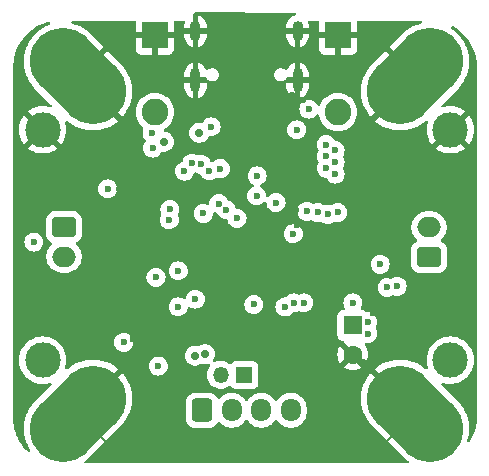
<source format=gbr>
%TF.GenerationSoftware,KiCad,Pcbnew,8.0.2*%
%TF.CreationDate,2024-09-15T16:43:51-04:00*%
%TF.ProjectId,StepperMotorDriver,53746570-7065-4724-9d6f-746f72447269,rev?*%
%TF.SameCoordinates,Original*%
%TF.FileFunction,Copper,L2,Inr*%
%TF.FilePolarity,Positive*%
%FSLAX46Y46*%
G04 Gerber Fmt 4.6, Leading zero omitted, Abs format (unit mm)*
G04 Created by KiCad (PCBNEW 8.0.2) date 2024-09-15 16:43:51*
%MOMM*%
%LPD*%
G01*
G04 APERTURE LIST*
G04 Aperture macros list*
%AMRoundRect*
0 Rectangle with rounded corners*
0 $1 Rounding radius*
0 $2 $3 $4 $5 $6 $7 $8 $9 X,Y pos of 4 corners*
0 Add a 4 corners polygon primitive as box body*
4,1,4,$2,$3,$4,$5,$6,$7,$8,$9,$2,$3,0*
0 Add four circle primitives for the rounded corners*
1,1,$1+$1,$2,$3*
1,1,$1+$1,$4,$5*
1,1,$1+$1,$6,$7*
1,1,$1+$1,$8,$9*
0 Add four rect primitives between the rounded corners*
20,1,$1+$1,$2,$3,$4,$5,0*
20,1,$1+$1,$4,$5,$6,$7,0*
20,1,$1+$1,$6,$7,$8,$9,0*
20,1,$1+$1,$8,$9,$2,$3,0*%
%AMHorizOval*
0 Thick line with rounded ends*
0 $1 width*
0 $2 $3 position (X,Y) of the first rounded end (center of the circle)*
0 $4 $5 position (X,Y) of the second rounded end (center of the circle)*
0 Add line between two ends*
20,1,$1,$2,$3,$4,$5,0*
0 Add two circle primitives to create the rounded ends*
1,1,$1,$2,$3*
1,1,$1,$4,$5*%
G04 Aperture macros list end*
%TA.AperFunction,ComponentPad*%
%ADD10R,1.600000X1.600000*%
%TD*%
%TA.AperFunction,ComponentPad*%
%ADD11C,1.600000*%
%TD*%
%TA.AperFunction,ComponentPad*%
%ADD12C,3.000000*%
%TD*%
%TA.AperFunction,ComponentPad*%
%ADD13RoundRect,0.250000X0.750000X-0.600000X0.750000X0.600000X-0.750000X0.600000X-0.750000X-0.600000X0*%
%TD*%
%TA.AperFunction,ComponentPad*%
%ADD14O,2.000000X1.700000*%
%TD*%
%TA.AperFunction,ComponentPad*%
%ADD15HorizOval,5.600000X-1.272792X1.272792X1.272792X-1.272792X0*%
%TD*%
%TA.AperFunction,ComponentPad*%
%ADD16R,2.250000X2.250000*%
%TD*%
%TA.AperFunction,ComponentPad*%
%ADD17C,2.250000*%
%TD*%
%TA.AperFunction,ComponentPad*%
%ADD18HorizOval,5.600000X-1.272792X-1.272792X1.272792X1.272792X0*%
%TD*%
%TA.AperFunction,ComponentPad*%
%ADD19RoundRect,0.250000X-0.750000X0.600000X-0.750000X-0.600000X0.750000X-0.600000X0.750000X0.600000X0*%
%TD*%
%TA.AperFunction,ComponentPad*%
%ADD20O,0.900000X2.000000*%
%TD*%
%TA.AperFunction,ComponentPad*%
%ADD21O,0.900000X1.700000*%
%TD*%
%TA.AperFunction,ComponentPad*%
%ADD22HorizOval,5.600000X1.272792X1.272792X-1.272792X-1.272792X0*%
%TD*%
%TA.AperFunction,ComponentPad*%
%ADD23RoundRect,0.250000X-0.600000X-0.725000X0.600000X-0.725000X0.600000X0.725000X-0.600000X0.725000X0*%
%TD*%
%TA.AperFunction,ComponentPad*%
%ADD24O,1.700000X1.950000*%
%TD*%
%TA.AperFunction,ComponentPad*%
%ADD25R,1.350000X1.350000*%
%TD*%
%TA.AperFunction,ComponentPad*%
%ADD26O,1.350000X1.350000*%
%TD*%
%TA.AperFunction,ViaPad*%
%ADD27C,0.700000*%
%TD*%
%TA.AperFunction,ViaPad*%
%ADD28C,0.600000*%
%TD*%
%TA.AperFunction,Conductor*%
%ADD29C,0.200000*%
%TD*%
G04 APERTURE END LIST*
D10*
%TO.N,VCC*%
%TO.C,C8*%
X82250000Y-69544888D03*
D11*
%TO.N,GND*%
X82250000Y-72044888D03*
%TD*%
D12*
%TO.N,GND*%
%TO.C,J9*%
X90500000Y-53000000D03*
%TD*%
D13*
%TO.N,/CANH*%
%TO.C,J7*%
X88700000Y-63750000D03*
D14*
%TO.N,/CANL*%
X88700000Y-61250000D03*
%TD*%
D15*
%TO.N,GND*%
%TO.C,H3*%
X58977207Y-48477207D03*
%TD*%
D16*
%TO.N,GND*%
%TO.C,SW1*%
X81000000Y-45000000D03*
D17*
%TO.N,Net-(SW1-B)*%
X81000000Y-51500000D03*
%TD*%
D18*
%TO.N,GND*%
%TO.C,H4*%
X58977207Y-77022793D03*
%TD*%
D15*
%TO.N,GND*%
%TO.C,H2*%
X87522791Y-77022791D03*
%TD*%
D12*
%TO.N,GND*%
%TO.C,J2*%
X56000000Y-53000000D03*
%TD*%
%TO.N,VCC*%
%TO.C,J3*%
X90500000Y-72500000D03*
%TD*%
D19*
%TO.N,/CANH*%
%TO.C,J1*%
X57800000Y-61241432D03*
D14*
%TO.N,/CANL*%
X57800000Y-63741432D03*
%TD*%
D12*
%TO.N,VCC*%
%TO.C,J8*%
X56000000Y-72500000D03*
%TD*%
D20*
%TO.N,GND*%
%TO.C,J10*%
X77570000Y-48811250D03*
D21*
X77570000Y-44641250D03*
D20*
X68930000Y-48811250D03*
D21*
X68930000Y-44641250D03*
%TD*%
D22*
%TO.N,GND*%
%TO.C,H1*%
X87522792Y-48477208D03*
%TD*%
D23*
%TO.N,/OA2*%
%TO.C,J4*%
X69500000Y-76750000D03*
D24*
%TO.N,/OA1*%
X72000000Y-76750000D03*
%TO.N,/OB1*%
X74500000Y-76750000D03*
%TO.N,/OB2*%
X77000000Y-76750000D03*
%TD*%
D25*
%TO.N,/SWCLK*%
%TO.C,J5*%
X73066028Y-73750000D03*
D26*
%TO.N,/SWDIO*%
X71066028Y-73750000D03*
%TD*%
D16*
%TO.N,GND*%
%TO.C,SW2*%
X65500000Y-45000000D03*
D17*
%TO.N,Net-(SW2-B)*%
X65500000Y-51500000D03*
%TD*%
D27*
%TO.N,GND*%
X62520258Y-57990546D03*
D28*
X83165380Y-61165380D03*
X77468664Y-59760000D03*
X81250000Y-63500000D03*
X72103667Y-64320414D03*
X76846023Y-59096023D03*
X80250000Y-62500000D03*
X84000000Y-68500000D03*
X84500000Y-55750000D03*
X81250000Y-62500000D03*
D27*
X69250000Y-51000000D03*
D28*
X76000000Y-71500000D03*
X67547536Y-54047537D03*
D27*
X67450000Y-69750000D03*
D28*
X63500000Y-51500000D03*
X75254139Y-52001493D03*
X67250000Y-79250000D03*
X80250000Y-63500000D03*
X81250000Y-64500000D03*
X79250000Y-63500000D03*
X84000000Y-72000000D03*
X67450000Y-70609637D03*
X72500000Y-69106568D03*
X67750000Y-52000000D03*
X61926505Y-60250000D03*
X62750000Y-60250000D03*
X66750000Y-75500000D03*
X72889230Y-58610770D03*
X82608880Y-77108880D03*
X80250000Y-64500000D03*
X74219970Y-70046722D03*
X60000000Y-65000000D03*
D27*
X77125000Y-50125000D03*
D28*
X79250000Y-62500000D03*
X84500000Y-54750000D03*
X63650000Y-70669240D03*
X77499817Y-61060742D03*
X78250000Y-62500000D03*
X77222998Y-51997030D03*
X77750000Y-71250000D03*
X84500000Y-53750000D03*
X78250000Y-64500000D03*
X78000000Y-50500000D03*
X78250000Y-63500000D03*
X79250000Y-64500000D03*
X61000000Y-64973507D03*
%TO.N,+3V3*%
X78530000Y-51250000D03*
X77212816Y-61807491D03*
X69600000Y-60075000D03*
D27*
X69250000Y-53250000D03*
X68875000Y-72125000D03*
D28*
X74097298Y-58595668D03*
X65311747Y-54558347D03*
X80750000Y-56750000D03*
X80000000Y-54250000D03*
D27*
X66250000Y-54000000D03*
D28*
X61500000Y-58000000D03*
X74150000Y-56900000D03*
X73871873Y-67784373D03*
X62850000Y-71000000D03*
X75750000Y-59155287D03*
X65787500Y-73000000D03*
X55250000Y-62500000D03*
X70250000Y-52750000D03*
X80750000Y-55750000D03*
X80750000Y-54750000D03*
D27*
X69750000Y-72000000D03*
D28*
X80000000Y-56250000D03*
X80000000Y-55250000D03*
%TO.N,VCC*%
X83500000Y-70250000D03*
X78100000Y-67650000D03*
X83500000Y-69250000D03*
X84559998Y-64385354D03*
X77250000Y-67650000D03*
X76500000Y-68000000D03*
X82250000Y-67650000D03*
%TO.N,/MOT_ENABLE*%
X68915708Y-67339593D03*
X85152446Y-66347554D03*
%TO.N,/MOT_DIAG*%
X70107698Y-56477902D03*
X79260869Y-59989131D03*
%TO.N,/MOT_SPREAD*%
X67466398Y-67987997D03*
X86000000Y-66250000D03*
%TO.N,/MOT_MS1*%
X68000000Y-56500000D03*
X80989679Y-60000000D03*
%TO.N,/MOT_MS2*%
X69420380Y-55920380D03*
X80155269Y-60151600D03*
%TO.N,/MOT_INDEX*%
X78353553Y-59896448D03*
X71038878Y-56288768D03*
%TO.N,/ESCL*%
X70900000Y-59250000D03*
%TO.N,/ESDA*%
X68625437Y-55830557D03*
%TO.N,/CAN_RX*%
X65588118Y-65500000D03*
X67470056Y-64942944D03*
%TO.N,Net-(SW2-B)*%
X65250000Y-53250000D03*
X66711765Y-60613235D03*
%TO.N,Net-(SW1-B)*%
X77500000Y-53000000D03*
X66758885Y-59741115D03*
%TO.N,/SWDIO*%
X72450000Y-60500000D03*
%TO.N,/SWCLK*%
X71525000Y-59750735D03*
%TD*%
D29*
%TO.N,GND*%
X58977207Y-77022793D02*
X61954414Y-80000000D01*
X87477209Y-77022791D02*
X84500000Y-80000000D01*
X87522791Y-77022791D02*
X86727209Y-77022791D01*
X87522791Y-77022791D02*
X87477209Y-77022791D01*
%TD*%
%TA.AperFunction,Conductor*%
%TO.N,GND*%
G36*
X77296778Y-43076673D02*
G01*
X77363725Y-43096673D01*
X77409230Y-43149692D01*
X77418848Y-43218896D01*
X77389525Y-43282315D01*
X77330570Y-43319812D01*
X77320387Y-43322289D01*
X77292900Y-43327756D01*
X77292894Y-43327758D01*
X77120008Y-43399369D01*
X77119999Y-43399374D01*
X76964410Y-43503336D01*
X76964406Y-43503339D01*
X76832089Y-43635656D01*
X76832086Y-43635660D01*
X76728124Y-43791249D01*
X76728119Y-43791258D01*
X76656508Y-43964144D01*
X76656506Y-43964152D01*
X76620000Y-44147678D01*
X76620000Y-44391250D01*
X77270000Y-44391250D01*
X77270000Y-44891250D01*
X76620000Y-44891250D01*
X76620000Y-45134821D01*
X76656506Y-45318347D01*
X76656508Y-45318355D01*
X76728119Y-45491241D01*
X76728124Y-45491250D01*
X76832086Y-45646839D01*
X76832089Y-45646843D01*
X76964406Y-45779160D01*
X76964410Y-45779163D01*
X77119999Y-45883125D01*
X77120012Y-45883132D01*
X77292889Y-45954739D01*
X77292896Y-45954741D01*
X77320000Y-45960132D01*
X77320000Y-45208238D01*
X77329940Y-45225455D01*
X77385795Y-45281310D01*
X77454204Y-45320806D01*
X77530504Y-45341250D01*
X77609496Y-45341250D01*
X77685796Y-45320806D01*
X77754205Y-45281310D01*
X77810060Y-45225455D01*
X77820000Y-45208238D01*
X77820000Y-45960131D01*
X77847103Y-45954741D01*
X77847110Y-45954739D01*
X78019987Y-45883132D01*
X78020000Y-45883125D01*
X78175589Y-45779163D01*
X78175593Y-45779160D01*
X78307910Y-45646843D01*
X78307913Y-45646839D01*
X78411875Y-45491250D01*
X78411880Y-45491241D01*
X78483491Y-45318355D01*
X78483493Y-45318347D01*
X78519999Y-45134821D01*
X78520000Y-45134819D01*
X78520000Y-44891250D01*
X77870000Y-44891250D01*
X77870000Y-44391250D01*
X78520000Y-44391250D01*
X78520000Y-44147680D01*
X78519999Y-44147678D01*
X78483493Y-43964152D01*
X78483491Y-43964144D01*
X78466015Y-43921953D01*
X78458546Y-43852484D01*
X78489821Y-43790005D01*
X78549909Y-43754352D01*
X78580576Y-43750500D01*
X79251000Y-43750500D01*
X79318039Y-43770185D01*
X79363794Y-43822989D01*
X79375000Y-43874500D01*
X79375000Y-44750000D01*
X80399999Y-44750000D01*
X80374979Y-44810402D01*
X80350000Y-44935981D01*
X80350000Y-45064019D01*
X80374979Y-45189598D01*
X80399999Y-45250000D01*
X79375000Y-45250000D01*
X79375000Y-46172844D01*
X79381401Y-46232372D01*
X79381403Y-46232379D01*
X79431645Y-46367086D01*
X79431649Y-46367093D01*
X79517809Y-46482187D01*
X79517812Y-46482190D01*
X79632906Y-46568350D01*
X79632913Y-46568354D01*
X79767620Y-46618596D01*
X79767627Y-46618598D01*
X79827155Y-46624999D01*
X79827172Y-46625000D01*
X80750000Y-46625000D01*
X80750000Y-45600001D01*
X80810402Y-45625021D01*
X80935981Y-45650000D01*
X81064019Y-45650000D01*
X81189598Y-45625021D01*
X81250000Y-45600001D01*
X81250000Y-46625000D01*
X82172828Y-46625000D01*
X82172844Y-46624999D01*
X82232372Y-46618598D01*
X82232379Y-46618596D01*
X82367086Y-46568354D01*
X82367093Y-46568350D01*
X82482187Y-46482190D01*
X82482190Y-46482187D01*
X82568350Y-46367093D01*
X82568354Y-46367086D01*
X82618596Y-46232379D01*
X82618598Y-46232372D01*
X82624999Y-46172844D01*
X82625000Y-46172827D01*
X82625000Y-45250000D01*
X81600001Y-45250000D01*
X81625021Y-45189598D01*
X81650000Y-45064019D01*
X81650000Y-44935981D01*
X81625021Y-44810402D01*
X81600001Y-44750000D01*
X82625000Y-44750000D01*
X82625000Y-43874500D01*
X82644685Y-43807461D01*
X82697489Y-43761706D01*
X82749000Y-43750500D01*
X87985362Y-43750500D01*
X88052401Y-43770185D01*
X88098156Y-43822989D01*
X88108100Y-43892147D01*
X88079075Y-43955703D01*
X88020297Y-43993477D01*
X88009554Y-43996117D01*
X87992785Y-43999452D01*
X87682504Y-44093574D01*
X87382947Y-44217655D01*
X87382942Y-44217657D01*
X87097010Y-44370491D01*
X87096992Y-44370502D01*
X86827400Y-44550638D01*
X86576761Y-44756332D01*
X85366116Y-45966978D01*
X85366116Y-45966979D01*
X86568197Y-47169060D01*
X86214644Y-47522613D01*
X85012563Y-46320532D01*
X83801916Y-47531177D01*
X83596227Y-47781811D01*
X83596212Y-47781830D01*
X83416085Y-48051408D01*
X83416074Y-48051426D01*
X83263242Y-48337358D01*
X83263235Y-48337372D01*
X83139158Y-48636916D01*
X83045034Y-48947203D01*
X82981779Y-49265205D01*
X82950000Y-49587884D01*
X82950000Y-49912115D01*
X82981779Y-50234794D01*
X83045034Y-50552796D01*
X83139158Y-50863083D01*
X83263235Y-51162627D01*
X83263242Y-51162641D01*
X83416074Y-51448573D01*
X83416085Y-51448591D01*
X83596212Y-51718169D01*
X83596222Y-51718183D01*
X83745890Y-51900554D01*
X83745891Y-51900555D01*
X84955748Y-50690698D01*
X85029588Y-50792330D01*
X85207670Y-50970412D01*
X85309299Y-51044250D01*
X84099443Y-52254107D01*
X84099444Y-52254108D01*
X84281816Y-52403777D01*
X84281830Y-52403787D01*
X84551408Y-52583914D01*
X84551426Y-52583925D01*
X84837358Y-52736757D01*
X84837372Y-52736764D01*
X85136916Y-52860841D01*
X85447203Y-52954965D01*
X85765206Y-53018220D01*
X85765205Y-53018220D01*
X86087884Y-53050000D01*
X86412116Y-53050000D01*
X86734794Y-53018220D01*
X87052796Y-52954965D01*
X87363083Y-52860841D01*
X87662627Y-52736764D01*
X87662641Y-52736757D01*
X87948573Y-52583925D01*
X87948591Y-52583914D01*
X88218169Y-52403787D01*
X88218183Y-52403777D01*
X88395224Y-52258483D01*
X88459534Y-52231170D01*
X88528401Y-52242961D01*
X88579962Y-52290113D01*
X88597845Y-52357655D01*
X88590072Y-52397667D01*
X88576109Y-52435103D01*
X88515300Y-52714637D01*
X88494891Y-52999998D01*
X88494891Y-53000001D01*
X88515300Y-53285362D01*
X88576109Y-53564895D01*
X88676091Y-53832958D01*
X88813191Y-54084038D01*
X88813196Y-54084046D01*
X88919882Y-54226561D01*
X88919883Y-54226562D01*
X89637425Y-53509020D01*
X89723249Y-53637463D01*
X89862537Y-53776751D01*
X89990978Y-53862573D01*
X89273436Y-54580115D01*
X89415960Y-54686807D01*
X89415961Y-54686808D01*
X89667042Y-54823908D01*
X89667041Y-54823908D01*
X89935104Y-54923890D01*
X90214637Y-54984699D01*
X90499999Y-55005109D01*
X90500001Y-55005109D01*
X90785362Y-54984699D01*
X91064895Y-54923890D01*
X91332958Y-54823908D01*
X91584047Y-54686803D01*
X91726561Y-54580116D01*
X91726562Y-54580115D01*
X91009021Y-53862573D01*
X91137463Y-53776751D01*
X91276751Y-53637463D01*
X91362573Y-53509020D01*
X92080115Y-54226562D01*
X92080116Y-54226561D01*
X92186803Y-54084047D01*
X92323908Y-53832958D01*
X92423890Y-53564895D01*
X92484699Y-53285362D01*
X92501816Y-53046043D01*
X92519120Y-52999647D01*
X92506523Y-52980045D01*
X92501816Y-52953956D01*
X92484699Y-52714637D01*
X92423890Y-52435104D01*
X92323908Y-52167041D01*
X92186808Y-51915961D01*
X92186807Y-51915960D01*
X92080115Y-51773436D01*
X91362573Y-52490978D01*
X91276751Y-52362537D01*
X91137463Y-52223249D01*
X91009020Y-52137425D01*
X91726562Y-51419883D01*
X91726561Y-51419882D01*
X91584046Y-51313196D01*
X91584038Y-51313191D01*
X91332957Y-51176091D01*
X91332958Y-51176091D01*
X91064895Y-51076109D01*
X90785362Y-51015300D01*
X90500001Y-50994891D01*
X90499999Y-50994891D01*
X90214637Y-51015300D01*
X89935103Y-51076109D01*
X89920061Y-51081720D01*
X89850369Y-51086703D01*
X89789047Y-51053216D01*
X89755563Y-50991892D01*
X89760549Y-50922201D01*
X89789049Y-50877856D01*
X91243667Y-49423238D01*
X91449361Y-49172599D01*
X91629497Y-48903007D01*
X91629508Y-48902989D01*
X91782342Y-48617057D01*
X91782344Y-48617052D01*
X91906425Y-48317495D01*
X92000547Y-48007214D01*
X92063804Y-47689208D01*
X92095584Y-47366531D01*
X92095584Y-47042300D01*
X92063804Y-46719624D01*
X92000547Y-46401618D01*
X91906425Y-46091336D01*
X91782344Y-45791779D01*
X91782342Y-45791774D01*
X91629508Y-45505842D01*
X91629497Y-45505824D01*
X91449361Y-45236232D01*
X91243667Y-44985593D01*
X91014406Y-44756332D01*
X90763767Y-44550638D01*
X90623752Y-44457083D01*
X90578947Y-44403471D01*
X90570240Y-44334146D01*
X90600394Y-44271118D01*
X90659837Y-44234399D01*
X90729696Y-44235646D01*
X90756493Y-44247683D01*
X91018302Y-44404944D01*
X91028400Y-44411705D01*
X91324776Y-44631908D01*
X91334168Y-44639628D01*
X91607572Y-44887810D01*
X91616162Y-44896413D01*
X91863939Y-45170164D01*
X91871640Y-45179559D01*
X92091436Y-45476283D01*
X92098171Y-45486375D01*
X92109816Y-45505824D01*
X92287846Y-45803182D01*
X92293572Y-45813906D01*
X92451311Y-46147762D01*
X92455959Y-46158996D01*
X92580242Y-46506684D01*
X92583768Y-46518319D01*
X92673406Y-46876508D01*
X92675776Y-46888432D01*
X92729909Y-47253679D01*
X92731100Y-47265778D01*
X92749351Y-47637537D01*
X92749500Y-47643617D01*
X92749500Y-52945110D01*
X92732579Y-53002733D01*
X92746666Y-53028531D01*
X92749500Y-53054889D01*
X92749500Y-72438105D01*
X92729904Y-72504839D01*
X92746666Y-72535536D01*
X92749500Y-72561894D01*
X92749500Y-77361838D01*
X92749342Y-77368096D01*
X92730559Y-77739816D01*
X92729351Y-77751914D01*
X92674693Y-78117086D01*
X92672306Y-78129006D01*
X92582152Y-78487070D01*
X92578609Y-78498700D01*
X92453827Y-78846207D01*
X92449163Y-78857434D01*
X92290945Y-79191062D01*
X92285203Y-79201779D01*
X92162421Y-79406188D01*
X92111027Y-79453521D01*
X92042201Y-79465554D01*
X91977795Y-79438467D01*
X91938258Y-79380860D01*
X91936142Y-79311022D01*
X91937462Y-79306343D01*
X92000546Y-79098380D01*
X92063803Y-78780374D01*
X92095583Y-78457698D01*
X92095583Y-78133467D01*
X92063803Y-77810790D01*
X92000546Y-77492784D01*
X91906424Y-77182503D01*
X91782343Y-76882946D01*
X91782341Y-76882941D01*
X91629507Y-76597009D01*
X91629496Y-76596991D01*
X91449360Y-76327399D01*
X91243666Y-76076760D01*
X89789901Y-74622995D01*
X89756416Y-74561672D01*
X89761400Y-74491980D01*
X89803272Y-74436047D01*
X89868736Y-74411630D01*
X89920915Y-74419132D01*
X89934954Y-74424369D01*
X89988637Y-74436047D01*
X90214566Y-74485195D01*
X90214568Y-74485195D01*
X90214572Y-74485196D01*
X90468220Y-74503337D01*
X90499999Y-74505610D01*
X90500000Y-74505610D01*
X90500001Y-74505610D01*
X90528595Y-74503564D01*
X90785428Y-74485196D01*
X90842118Y-74472864D01*
X91065037Y-74424371D01*
X91065037Y-74424370D01*
X91065046Y-74424369D01*
X91333161Y-74324367D01*
X91584315Y-74187226D01*
X91813395Y-74015739D01*
X92015739Y-73813395D01*
X92187226Y-73584315D01*
X92324367Y-73333161D01*
X92424369Y-73065046D01*
X92443284Y-72978095D01*
X92485195Y-72785433D01*
X92485195Y-72785432D01*
X92485196Y-72785428D01*
X92501816Y-72553048D01*
X92522427Y-72497787D01*
X92506523Y-72473040D01*
X92501816Y-72446951D01*
X92499345Y-72412403D01*
X92485196Y-72214572D01*
X92480815Y-72194435D01*
X92424371Y-71934962D01*
X92424370Y-71934960D01*
X92424369Y-71934954D01*
X92324367Y-71666839D01*
X92316354Y-71652165D01*
X92187229Y-71415690D01*
X92187224Y-71415682D01*
X92015745Y-71186612D01*
X92015729Y-71186594D01*
X91813405Y-70984270D01*
X91813387Y-70984254D01*
X91584317Y-70812775D01*
X91584309Y-70812770D01*
X91333166Y-70675635D01*
X91333167Y-70675635D01*
X91225915Y-70635632D01*
X91065046Y-70575631D01*
X91065043Y-70575630D01*
X91065037Y-70575628D01*
X90785433Y-70514804D01*
X90500001Y-70494390D01*
X90499999Y-70494390D01*
X90214566Y-70514804D01*
X89934962Y-70575628D01*
X89666833Y-70675635D01*
X89415690Y-70812770D01*
X89415682Y-70812775D01*
X89186612Y-70984254D01*
X89186594Y-70984270D01*
X88984270Y-71186594D01*
X88984254Y-71186612D01*
X88812775Y-71415682D01*
X88812770Y-71415690D01*
X88675635Y-71666833D01*
X88575628Y-71934962D01*
X88514804Y-72214566D01*
X88494390Y-72499998D01*
X88494390Y-72500001D01*
X88514804Y-72785433D01*
X88575628Y-73065037D01*
X88575630Y-73065043D01*
X88575631Y-73065046D01*
X88589302Y-73101699D01*
X88594286Y-73171389D01*
X88560801Y-73232712D01*
X88499478Y-73266197D01*
X88429786Y-73261213D01*
X88394455Y-73240884D01*
X88218182Y-73096221D01*
X88218168Y-73096211D01*
X87948590Y-72916084D01*
X87948572Y-72916073D01*
X87662640Y-72763241D01*
X87662626Y-72763234D01*
X87363082Y-72639157D01*
X87052795Y-72545033D01*
X86734792Y-72481778D01*
X86734793Y-72481778D01*
X86412115Y-72449999D01*
X86087883Y-72449999D01*
X85765204Y-72481778D01*
X85447202Y-72545033D01*
X85136915Y-72639157D01*
X84837371Y-72763234D01*
X84837357Y-72763241D01*
X84551425Y-72916073D01*
X84551407Y-72916084D01*
X84281815Y-73096220D01*
X84099443Y-73245889D01*
X84099442Y-73245890D01*
X85309299Y-74455747D01*
X85207669Y-74529587D01*
X85029587Y-74707669D01*
X84955747Y-74809299D01*
X83745890Y-73599442D01*
X83745889Y-73599443D01*
X83596220Y-73781815D01*
X83416084Y-74051407D01*
X83416073Y-74051425D01*
X83263241Y-74337357D01*
X83263234Y-74337371D01*
X83139157Y-74636915D01*
X83045033Y-74947202D01*
X82981778Y-75265204D01*
X82949999Y-75587883D01*
X82949999Y-75912114D01*
X82981778Y-76234793D01*
X83045033Y-76552795D01*
X83139157Y-76863082D01*
X83263234Y-77162626D01*
X83263241Y-77162640D01*
X83416073Y-77448572D01*
X83416084Y-77448590D01*
X83596211Y-77718168D01*
X83596221Y-77718182D01*
X83801915Y-77968821D01*
X86576760Y-80743666D01*
X86827399Y-80949360D01*
X86936708Y-81022398D01*
X86981513Y-81076010D01*
X86990220Y-81145335D01*
X86960066Y-81208362D01*
X86900623Y-81245082D01*
X86867817Y-81249500D01*
X59632186Y-81249500D01*
X59565147Y-81229815D01*
X59519392Y-81177011D01*
X59509448Y-81107853D01*
X59538473Y-81044297D01*
X59563295Y-81022398D01*
X59672584Y-80949372D01*
X59672598Y-80949362D01*
X59923237Y-80743668D01*
X62698082Y-77968823D01*
X62903776Y-77718184D01*
X63083912Y-77448592D01*
X63083923Y-77448574D01*
X63236757Y-77162642D01*
X63236759Y-77162637D01*
X63360840Y-76863080D01*
X63454962Y-76552799D01*
X63518219Y-76234793D01*
X63543807Y-75974983D01*
X68149500Y-75974983D01*
X68149500Y-77525001D01*
X68149501Y-77525018D01*
X68160000Y-77627796D01*
X68160001Y-77627799D01*
X68205894Y-77766294D01*
X68215186Y-77794334D01*
X68307288Y-77943656D01*
X68431344Y-78067712D01*
X68580666Y-78159814D01*
X68747203Y-78214999D01*
X68849991Y-78225500D01*
X70150008Y-78225499D01*
X70252797Y-78214999D01*
X70419334Y-78159814D01*
X70568656Y-78067712D01*
X70692712Y-77943656D01*
X70784814Y-77794334D01*
X70784814Y-77794331D01*
X70788178Y-77788879D01*
X70840126Y-77742154D01*
X70909088Y-77730931D01*
X70973170Y-77758774D01*
X70981398Y-77766294D01*
X71120213Y-77905109D01*
X71292179Y-78030048D01*
X71292181Y-78030049D01*
X71292184Y-78030051D01*
X71481588Y-78126557D01*
X71683757Y-78192246D01*
X71893713Y-78225500D01*
X71893714Y-78225500D01*
X72106286Y-78225500D01*
X72106287Y-78225500D01*
X72316243Y-78192246D01*
X72518412Y-78126557D01*
X72707816Y-78030051D01*
X72792090Y-77968823D01*
X72879786Y-77905109D01*
X72879788Y-77905106D01*
X72879792Y-77905104D01*
X73030104Y-77754792D01*
X73149683Y-77590204D01*
X73205011Y-77547540D01*
X73274624Y-77541561D01*
X73336420Y-77574166D01*
X73350313Y-77590199D01*
X73443299Y-77718184D01*
X73469896Y-77754792D01*
X73620213Y-77905109D01*
X73792179Y-78030048D01*
X73792181Y-78030049D01*
X73792184Y-78030051D01*
X73981588Y-78126557D01*
X74183757Y-78192246D01*
X74393713Y-78225500D01*
X74393714Y-78225500D01*
X74606286Y-78225500D01*
X74606287Y-78225500D01*
X74816243Y-78192246D01*
X75018412Y-78126557D01*
X75207816Y-78030051D01*
X75292090Y-77968823D01*
X75379786Y-77905109D01*
X75379788Y-77905106D01*
X75379792Y-77905104D01*
X75530104Y-77754792D01*
X75649683Y-77590204D01*
X75705011Y-77547540D01*
X75774624Y-77541561D01*
X75836420Y-77574166D01*
X75850313Y-77590199D01*
X75943299Y-77718184D01*
X75969896Y-77754792D01*
X76120213Y-77905109D01*
X76292179Y-78030048D01*
X76292181Y-78030049D01*
X76292184Y-78030051D01*
X76481588Y-78126557D01*
X76683757Y-78192246D01*
X76893713Y-78225500D01*
X76893714Y-78225500D01*
X77106286Y-78225500D01*
X77106287Y-78225500D01*
X77316243Y-78192246D01*
X77518412Y-78126557D01*
X77707816Y-78030051D01*
X77792090Y-77968823D01*
X77879786Y-77905109D01*
X77879788Y-77905106D01*
X77879792Y-77905104D01*
X78030104Y-77754792D01*
X78030106Y-77754788D01*
X78030109Y-77754786D01*
X78155048Y-77582820D01*
X78155047Y-77582820D01*
X78155051Y-77582816D01*
X78251557Y-77393412D01*
X78317246Y-77191243D01*
X78350500Y-76981287D01*
X78350500Y-76518713D01*
X78317246Y-76308757D01*
X78251557Y-76106588D01*
X78155051Y-75917184D01*
X78155049Y-75917181D01*
X78155048Y-75917179D01*
X78030109Y-75745213D01*
X77879786Y-75594890D01*
X77707820Y-75469951D01*
X77518414Y-75373444D01*
X77518413Y-75373443D01*
X77518412Y-75373443D01*
X77316243Y-75307754D01*
X77316241Y-75307753D01*
X77316240Y-75307753D01*
X77154957Y-75282208D01*
X77106287Y-75274500D01*
X76893713Y-75274500D01*
X76845042Y-75282208D01*
X76683760Y-75307753D01*
X76481585Y-75373444D01*
X76292179Y-75469951D01*
X76120213Y-75594890D01*
X75969894Y-75745209D01*
X75969890Y-75745214D01*
X75850318Y-75909793D01*
X75794989Y-75952459D01*
X75725375Y-75958438D01*
X75663580Y-75925833D01*
X75649682Y-75909793D01*
X75530109Y-75745214D01*
X75530105Y-75745209D01*
X75379786Y-75594890D01*
X75207820Y-75469951D01*
X75018414Y-75373444D01*
X75018413Y-75373443D01*
X75018412Y-75373443D01*
X74816243Y-75307754D01*
X74816241Y-75307753D01*
X74816240Y-75307753D01*
X74654957Y-75282208D01*
X74606287Y-75274500D01*
X74393713Y-75274500D01*
X74345042Y-75282208D01*
X74183760Y-75307753D01*
X73981585Y-75373444D01*
X73792179Y-75469951D01*
X73620213Y-75594890D01*
X73469894Y-75745209D01*
X73469890Y-75745214D01*
X73350318Y-75909793D01*
X73294989Y-75952459D01*
X73225375Y-75958438D01*
X73163580Y-75925833D01*
X73149682Y-75909793D01*
X73030109Y-75745214D01*
X73030105Y-75745209D01*
X72879786Y-75594890D01*
X72707820Y-75469951D01*
X72518414Y-75373444D01*
X72518413Y-75373443D01*
X72518412Y-75373443D01*
X72316243Y-75307754D01*
X72316241Y-75307753D01*
X72316240Y-75307753D01*
X72154957Y-75282208D01*
X72106287Y-75274500D01*
X71893713Y-75274500D01*
X71845042Y-75282208D01*
X71683760Y-75307753D01*
X71481585Y-75373444D01*
X71292179Y-75469951D01*
X71120215Y-75594889D01*
X70981398Y-75733706D01*
X70920075Y-75767190D01*
X70850383Y-75762206D01*
X70794450Y-75720334D01*
X70788178Y-75711120D01*
X70692712Y-75556344D01*
X70568657Y-75432289D01*
X70568656Y-75432288D01*
X70419334Y-75340186D01*
X70252797Y-75285001D01*
X70252795Y-75285000D01*
X70150010Y-75274500D01*
X68849998Y-75274500D01*
X68849981Y-75274501D01*
X68747203Y-75285000D01*
X68747200Y-75285001D01*
X68580668Y-75340185D01*
X68580663Y-75340187D01*
X68431342Y-75432289D01*
X68307289Y-75556342D01*
X68215187Y-75705663D01*
X68215185Y-75705668D01*
X68210325Y-75720334D01*
X68160001Y-75872203D01*
X68160001Y-75872204D01*
X68160000Y-75872204D01*
X68149500Y-75974983D01*
X63543807Y-75974983D01*
X63549999Y-75912116D01*
X63549999Y-75587885D01*
X63518219Y-75265209D01*
X63454962Y-74947203D01*
X63360840Y-74636921D01*
X63236759Y-74337364D01*
X63236757Y-74337359D01*
X63083923Y-74051427D01*
X63083912Y-74051409D01*
X62903776Y-73781817D01*
X62754107Y-73599445D01*
X62754106Y-73599444D01*
X61544249Y-74809301D01*
X61470411Y-74707671D01*
X61292329Y-74529589D01*
X61190697Y-74455749D01*
X62400554Y-73245892D01*
X62400553Y-73245891D01*
X62218182Y-73096223D01*
X62074168Y-72999996D01*
X64981935Y-72999996D01*
X64981935Y-73000003D01*
X65002130Y-73179249D01*
X65002131Y-73179254D01*
X65061711Y-73349523D01*
X65157684Y-73502262D01*
X65285238Y-73629816D01*
X65437978Y-73725789D01*
X65598091Y-73781815D01*
X65608245Y-73785368D01*
X65608250Y-73785369D01*
X65787496Y-73805565D01*
X65787500Y-73805565D01*
X65787504Y-73805565D01*
X65966749Y-73785369D01*
X65966752Y-73785368D01*
X65966755Y-73785368D01*
X66137022Y-73725789D01*
X66289762Y-73629816D01*
X66417316Y-73502262D01*
X66513289Y-73349522D01*
X66572868Y-73179255D01*
X66573345Y-73175020D01*
X66593065Y-73000003D01*
X66593065Y-72999996D01*
X66572869Y-72820750D01*
X66572868Y-72820745D01*
X66559533Y-72782636D01*
X66513289Y-72650478D01*
X66501178Y-72631204D01*
X66457628Y-72561894D01*
X66417316Y-72497738D01*
X66289762Y-72370184D01*
X66254184Y-72347829D01*
X66137023Y-72274211D01*
X65966754Y-72214631D01*
X65966749Y-72214630D01*
X65787504Y-72194435D01*
X65787496Y-72194435D01*
X65608250Y-72214630D01*
X65608245Y-72214631D01*
X65437976Y-72274211D01*
X65285237Y-72370184D01*
X65157684Y-72497737D01*
X65061711Y-72650476D01*
X65002131Y-72820745D01*
X65002130Y-72820750D01*
X64981935Y-72999996D01*
X62074168Y-72999996D01*
X61948590Y-72916087D01*
X61948572Y-72916076D01*
X61662640Y-72763242D01*
X61662635Y-72763240D01*
X61363078Y-72639159D01*
X61052796Y-72545037D01*
X60734790Y-72481780D01*
X60412115Y-72450001D01*
X60087883Y-72450001D01*
X59765206Y-72481780D01*
X59447200Y-72545037D01*
X59136919Y-72639159D01*
X58837362Y-72763240D01*
X58837357Y-72763242D01*
X58551425Y-72916076D01*
X58551407Y-72916087D01*
X58281816Y-73096222D01*
X58105543Y-73240886D01*
X58041233Y-73268198D01*
X57972366Y-73256407D01*
X57920806Y-73209254D01*
X57902923Y-73141712D01*
X57910697Y-73101701D01*
X57924369Y-73065046D01*
X57985196Y-72785428D01*
X58005610Y-72500000D01*
X57985196Y-72214572D01*
X57980815Y-72194435D01*
X57965711Y-72125000D01*
X68019815Y-72125000D01*
X68038503Y-72302805D01*
X68038504Y-72302807D01*
X68093747Y-72472829D01*
X68093750Y-72472835D01*
X68183141Y-72627665D01*
X68203682Y-72650478D01*
X68302764Y-72760521D01*
X68302767Y-72760523D01*
X68302770Y-72760526D01*
X68447407Y-72865612D01*
X68610733Y-72938329D01*
X68785609Y-72975500D01*
X68785610Y-72975500D01*
X68964389Y-72975500D01*
X68964391Y-72975500D01*
X69139267Y-72938329D01*
X69302593Y-72865612D01*
X69358878Y-72824716D01*
X69424682Y-72801237D01*
X69482199Y-72811755D01*
X69485733Y-72813329D01*
X69660609Y-72850500D01*
X69660610Y-72850500D01*
X69839389Y-72850500D01*
X69839391Y-72850500D01*
X70014267Y-72813329D01*
X70014272Y-72813326D01*
X70018654Y-72811903D01*
X70088495Y-72809904D01*
X70148329Y-72845981D01*
X70179161Y-72908681D01*
X70171200Y-72978095D01*
X70155932Y-73004558D01*
X70062317Y-73128524D01*
X69965212Y-73323537D01*
X69905592Y-73533081D01*
X69885492Y-73749999D01*
X69885492Y-73750000D01*
X69905592Y-73966918D01*
X69905592Y-73966920D01*
X69905593Y-73966923D01*
X69957683Y-74150001D01*
X69965212Y-74176462D01*
X70038859Y-74324364D01*
X70062316Y-74371472D01*
X70193601Y-74545322D01*
X70354596Y-74692088D01*
X70354603Y-74692092D01*
X70354604Y-74692093D01*
X70539814Y-74806770D01*
X70539820Y-74806773D01*
X70562692Y-74815633D01*
X70742959Y-74885470D01*
X70957102Y-74925500D01*
X70957104Y-74925500D01*
X71174952Y-74925500D01*
X71174954Y-74925500D01*
X71389097Y-74885470D01*
X71592238Y-74806772D01*
X71777460Y-74692088D01*
X71788435Y-74682082D01*
X71851235Y-74651463D01*
X71920622Y-74659657D01*
X71971242Y-74699405D01*
X72033480Y-74782544D01*
X72033483Y-74782547D01*
X72148692Y-74868793D01*
X72148699Y-74868797D01*
X72283545Y-74919091D01*
X72283544Y-74919091D01*
X72290472Y-74919835D01*
X72343155Y-74925500D01*
X73788900Y-74925499D01*
X73848511Y-74919091D01*
X73983359Y-74868796D01*
X74098574Y-74782546D01*
X74184824Y-74667331D01*
X74235119Y-74532483D01*
X74241528Y-74472873D01*
X74241527Y-73027128D01*
X74235119Y-72967517D01*
X74230330Y-72954678D01*
X74184825Y-72832671D01*
X74184821Y-72832664D01*
X74098575Y-72717455D01*
X74098572Y-72717452D01*
X73983363Y-72631206D01*
X73983356Y-72631202D01*
X73848510Y-72580908D01*
X73848511Y-72580908D01*
X73788911Y-72574501D01*
X73788909Y-72574500D01*
X73788901Y-72574500D01*
X73788892Y-72574500D01*
X72343157Y-72574500D01*
X72343151Y-72574501D01*
X72283544Y-72580908D01*
X72148699Y-72631202D01*
X72148692Y-72631206D01*
X72033483Y-72717452D01*
X71971242Y-72800594D01*
X71915307Y-72842465D01*
X71845616Y-72847448D01*
X71788439Y-72817920D01*
X71777462Y-72807913D01*
X71777457Y-72807910D01*
X71592241Y-72693229D01*
X71592235Y-72693226D01*
X71507141Y-72660260D01*
X71389097Y-72614530D01*
X71174954Y-72574500D01*
X70957102Y-72574500D01*
X70742959Y-72614530D01*
X70742956Y-72614530D01*
X70742956Y-72614531D01*
X70600040Y-72669897D01*
X70530417Y-72675759D01*
X70468677Y-72643049D01*
X70434422Y-72582152D01*
X70438529Y-72512403D01*
X70447857Y-72492274D01*
X70531250Y-72347835D01*
X70586497Y-72177803D01*
X70600467Y-72044885D01*
X80945034Y-72044885D01*
X80945034Y-72044890D01*
X80964858Y-72271487D01*
X80964860Y-72271498D01*
X81023730Y-72491205D01*
X81023735Y-72491219D01*
X81119863Y-72697366D01*
X81170974Y-72770360D01*
X81850000Y-72091334D01*
X81850000Y-72097549D01*
X81877259Y-72199282D01*
X81929920Y-72290494D01*
X82004394Y-72364968D01*
X82095606Y-72417629D01*
X82197339Y-72444888D01*
X82203553Y-72444888D01*
X81524526Y-73123913D01*
X81597513Y-73175020D01*
X81597521Y-73175024D01*
X81803668Y-73271152D01*
X81803682Y-73271157D01*
X82023389Y-73330027D01*
X82023400Y-73330029D01*
X82249998Y-73349854D01*
X82250002Y-73349854D01*
X82476599Y-73330029D01*
X82476610Y-73330027D01*
X82696317Y-73271157D01*
X82696331Y-73271152D01*
X82902478Y-73175024D01*
X82975471Y-73123912D01*
X82296447Y-72444888D01*
X82302661Y-72444888D01*
X82404394Y-72417629D01*
X82495606Y-72364968D01*
X82570080Y-72290494D01*
X82622741Y-72199282D01*
X82650000Y-72097549D01*
X82650000Y-72091335D01*
X82965664Y-72406999D01*
X83209191Y-72406999D01*
X83276230Y-72426684D01*
X83296872Y-72443318D01*
X83434447Y-72580893D01*
X83476265Y-72491214D01*
X83476269Y-72491205D01*
X83535139Y-72271498D01*
X83535141Y-72271487D01*
X83554966Y-72044890D01*
X83554966Y-72044885D01*
X83535141Y-71818288D01*
X83535139Y-71818277D01*
X83476269Y-71598570D01*
X83476265Y-71598561D01*
X83380133Y-71392404D01*
X83380129Y-71392398D01*
X83271433Y-71237165D01*
X83249105Y-71170959D01*
X83266115Y-71103192D01*
X83317062Y-71055378D01*
X83385772Y-71042700D01*
X83386891Y-71042821D01*
X83499997Y-71055565D01*
X83500000Y-71055565D01*
X83500004Y-71055565D01*
X83679249Y-71035369D01*
X83679252Y-71035368D01*
X83679255Y-71035368D01*
X83849522Y-70975789D01*
X84002262Y-70879816D01*
X84129816Y-70752262D01*
X84225789Y-70599522D01*
X84285368Y-70429255D01*
X84289480Y-70392760D01*
X84305565Y-70250003D01*
X84305565Y-70249996D01*
X84285369Y-70070750D01*
X84285368Y-70070745D01*
X84225788Y-69900475D01*
X84172691Y-69815973D01*
X84153690Y-69748736D01*
X84172691Y-69684027D01*
X84225788Y-69599524D01*
X84285368Y-69429254D01*
X84285369Y-69429249D01*
X84305565Y-69250003D01*
X84305565Y-69249996D01*
X84285369Y-69070750D01*
X84285368Y-69070745D01*
X84225788Y-68900476D01*
X84153461Y-68785369D01*
X84129816Y-68747738D01*
X84002262Y-68620184D01*
X83954126Y-68589938D01*
X83849523Y-68524211D01*
X83679254Y-68464631D01*
X83679249Y-68464630D01*
X83498968Y-68444318D01*
X83434554Y-68417252D01*
X83413588Y-68395413D01*
X83407546Y-68387342D01*
X83292331Y-68301092D01*
X83292329Y-68301091D01*
X83292328Y-68301090D01*
X83157482Y-68250796D01*
X83157483Y-68250796D01*
X83097883Y-68244389D01*
X83097881Y-68244388D01*
X83097873Y-68244388D01*
X83097865Y-68244388D01*
X83046291Y-68244388D01*
X82979252Y-68224703D01*
X82933497Y-68171899D01*
X82923553Y-68102741D01*
X82941297Y-68054416D01*
X82963358Y-68019306D01*
X82975789Y-67999522D01*
X83035368Y-67829255D01*
X83035369Y-67829249D01*
X83055565Y-67650003D01*
X83055565Y-67649996D01*
X83035369Y-67470750D01*
X83035368Y-67470745D01*
X82989476Y-67339593D01*
X82975789Y-67300478D01*
X82879816Y-67147738D01*
X82752262Y-67020184D01*
X82718553Y-66999003D01*
X82599523Y-66924211D01*
X82429254Y-66864631D01*
X82429249Y-66864630D01*
X82250004Y-66844435D01*
X82249996Y-66844435D01*
X82070750Y-66864630D01*
X82070745Y-66864631D01*
X81900476Y-66924211D01*
X81747737Y-67020184D01*
X81620184Y-67147737D01*
X81524211Y-67300476D01*
X81464631Y-67470745D01*
X81464630Y-67470750D01*
X81444435Y-67649996D01*
X81444435Y-67650003D01*
X81464630Y-67829249D01*
X81464631Y-67829254D01*
X81524211Y-67999523D01*
X81558703Y-68054416D01*
X81577703Y-68121653D01*
X81557335Y-68188488D01*
X81504067Y-68233702D01*
X81453711Y-68244388D01*
X81402130Y-68244388D01*
X81402123Y-68244389D01*
X81342516Y-68250796D01*
X81207671Y-68301090D01*
X81207664Y-68301094D01*
X81092455Y-68387340D01*
X81092452Y-68387343D01*
X81006206Y-68502552D01*
X81006202Y-68502559D01*
X80955908Y-68637405D01*
X80949501Y-68697004D01*
X80949500Y-68697023D01*
X80949500Y-70392758D01*
X80949501Y-70392764D01*
X80955908Y-70452371D01*
X81006202Y-70587216D01*
X81006206Y-70587223D01*
X81092452Y-70702432D01*
X81092455Y-70702435D01*
X81207664Y-70788681D01*
X81207671Y-70788685D01*
X81252618Y-70805449D01*
X81342517Y-70838979D01*
X81402127Y-70845388D01*
X81402153Y-70845387D01*
X81405453Y-70845566D01*
X81405372Y-70847071D01*
X81466672Y-70865000D01*
X81512483Y-70917755D01*
X81520016Y-70961352D01*
X82203553Y-71644888D01*
X82197339Y-71644888D01*
X82095606Y-71672147D01*
X82004394Y-71724808D01*
X81929920Y-71799282D01*
X81877259Y-71890494D01*
X81850000Y-71992227D01*
X81850000Y-71998440D01*
X81170974Y-71319414D01*
X81170973Y-71319414D01*
X81119868Y-71392400D01*
X81119866Y-71392404D01*
X81023734Y-71598561D01*
X81023730Y-71598570D01*
X80964860Y-71818277D01*
X80964858Y-71818288D01*
X80945034Y-72044885D01*
X70600467Y-72044885D01*
X70605185Y-72000000D01*
X70586497Y-71822197D01*
X70531250Y-71652165D01*
X70441859Y-71497335D01*
X70395003Y-71445296D01*
X70322235Y-71364478D01*
X70322232Y-71364476D01*
X70322231Y-71364475D01*
X70322230Y-71364474D01*
X70177593Y-71259388D01*
X70014267Y-71186671D01*
X70014265Y-71186670D01*
X69886594Y-71159533D01*
X69839391Y-71149500D01*
X69660609Y-71149500D01*
X69629954Y-71156015D01*
X69485733Y-71186670D01*
X69485728Y-71186672D01*
X69322408Y-71259388D01*
X69322403Y-71259390D01*
X69266121Y-71300282D01*
X69200315Y-71323762D01*
X69142804Y-71313245D01*
X69139271Y-71311672D01*
X69139266Y-71311670D01*
X69001561Y-71282400D01*
X68964391Y-71274500D01*
X68785609Y-71274500D01*
X68754954Y-71281015D01*
X68610733Y-71311670D01*
X68610728Y-71311672D01*
X68447408Y-71384387D01*
X68302768Y-71489475D01*
X68183140Y-71622336D01*
X68093750Y-71777164D01*
X68093747Y-71777170D01*
X68038504Y-71947192D01*
X68038503Y-71947194D01*
X68019815Y-72125000D01*
X57965711Y-72125000D01*
X57924371Y-71934962D01*
X57924370Y-71934960D01*
X57924369Y-71934954D01*
X57824367Y-71666839D01*
X57816354Y-71652165D01*
X57687229Y-71415690D01*
X57687224Y-71415682D01*
X57515745Y-71186612D01*
X57515729Y-71186594D01*
X57329131Y-70999996D01*
X62044435Y-70999996D01*
X62044435Y-71000003D01*
X62064630Y-71179249D01*
X62064631Y-71179254D01*
X62124211Y-71349523D01*
X62165782Y-71415682D01*
X62220184Y-71502262D01*
X62347738Y-71629816D01*
X62406650Y-71666833D01*
X62498916Y-71724808D01*
X62500478Y-71725789D01*
X62670745Y-71785368D01*
X62670750Y-71785369D01*
X62849996Y-71805565D01*
X62850000Y-71805565D01*
X62850004Y-71805565D01*
X63029249Y-71785369D01*
X63029252Y-71785368D01*
X63029255Y-71785368D01*
X63199522Y-71725789D01*
X63352262Y-71629816D01*
X63479816Y-71502262D01*
X63575789Y-71349522D01*
X63635368Y-71179255D01*
X63643938Y-71103192D01*
X63655565Y-71000003D01*
X63655565Y-70999996D01*
X63635369Y-70820750D01*
X63635368Y-70820745D01*
X63611405Y-70752262D01*
X63575789Y-70650478D01*
X63479816Y-70497738D01*
X63352262Y-70370184D01*
X63199523Y-70274211D01*
X63029254Y-70214631D01*
X63029249Y-70214630D01*
X62850004Y-70194435D01*
X62849996Y-70194435D01*
X62670750Y-70214630D01*
X62670745Y-70214631D01*
X62500476Y-70274211D01*
X62347737Y-70370184D01*
X62220184Y-70497737D01*
X62124211Y-70650476D01*
X62064631Y-70820745D01*
X62064630Y-70820750D01*
X62044435Y-70999996D01*
X57329131Y-70999996D01*
X57313405Y-70984270D01*
X57313387Y-70984254D01*
X57084317Y-70812775D01*
X57084309Y-70812770D01*
X56833166Y-70675635D01*
X56833167Y-70675635D01*
X56725915Y-70635632D01*
X56565046Y-70575631D01*
X56565043Y-70575630D01*
X56565037Y-70575628D01*
X56285433Y-70514804D01*
X56000001Y-70494390D01*
X55999999Y-70494390D01*
X55714566Y-70514804D01*
X55434962Y-70575628D01*
X55166833Y-70675635D01*
X54915690Y-70812770D01*
X54915682Y-70812775D01*
X54686612Y-70984254D01*
X54686594Y-70984270D01*
X54484270Y-71186594D01*
X54484254Y-71186612D01*
X54312775Y-71415682D01*
X54312770Y-71415690D01*
X54175635Y-71666833D01*
X54075628Y-71934962D01*
X54014804Y-72214566D01*
X53994390Y-72499998D01*
X53994390Y-72500001D01*
X54014804Y-72785433D01*
X54075628Y-73065037D01*
X54075630Y-73065043D01*
X54075631Y-73065046D01*
X54172045Y-73323541D01*
X54175635Y-73333166D01*
X54312770Y-73584309D01*
X54312775Y-73584317D01*
X54484254Y-73813387D01*
X54484270Y-73813405D01*
X54686594Y-74015729D01*
X54686612Y-74015745D01*
X54915682Y-74187224D01*
X54915690Y-74187229D01*
X55166833Y-74324364D01*
X55166832Y-74324364D01*
X55166836Y-74324365D01*
X55166839Y-74324367D01*
X55434954Y-74424369D01*
X55434960Y-74424370D01*
X55434962Y-74424371D01*
X55714566Y-74485195D01*
X55714568Y-74485195D01*
X55714572Y-74485196D01*
X55968220Y-74503337D01*
X55999999Y-74505610D01*
X56000000Y-74505610D01*
X56000001Y-74505610D01*
X56028595Y-74503564D01*
X56285428Y-74485196D01*
X56565046Y-74424369D01*
X56579085Y-74419132D01*
X56648772Y-74414147D01*
X56710096Y-74447630D01*
X56743582Y-74508952D01*
X56738600Y-74578644D01*
X56710098Y-74622995D01*
X55256331Y-76076762D01*
X55050637Y-76327401D01*
X55050627Y-76327415D01*
X54870500Y-76596993D01*
X54870489Y-76597011D01*
X54717657Y-76882943D01*
X54717650Y-76882957D01*
X54593573Y-77182501D01*
X54499449Y-77492788D01*
X54436194Y-77810790D01*
X54404415Y-78133469D01*
X54404415Y-78457700D01*
X54436194Y-78780379D01*
X54499449Y-79098381D01*
X54593573Y-79408668D01*
X54717650Y-79708212D01*
X54717657Y-79708226D01*
X54870489Y-79994158D01*
X54870500Y-79994176D01*
X54914275Y-80059689D01*
X54935153Y-80126366D01*
X54916669Y-80193746D01*
X54864690Y-80240437D01*
X54795720Y-80251613D01*
X54731656Y-80223728D01*
X54727830Y-80220395D01*
X54608648Y-80112210D01*
X54600057Y-80103607D01*
X54352273Y-79829850D01*
X54344566Y-79820447D01*
X54124777Y-79523736D01*
X54118029Y-79513624D01*
X53996728Y-79311022D01*
X53928358Y-79196828D01*
X53922634Y-79186108D01*
X53898092Y-79134165D01*
X53764891Y-78852243D01*
X53760245Y-78841013D01*
X53699205Y-78670253D01*
X53635961Y-78493325D01*
X53632435Y-78481691D01*
X53568321Y-78225500D01*
X53542790Y-78123480D01*
X53540426Y-78111586D01*
X53486288Y-77746308D01*
X53485100Y-77734237D01*
X53466900Y-77363516D01*
X53466752Y-77357338D01*
X53477407Y-67987993D01*
X66660833Y-67987993D01*
X66660833Y-67988000D01*
X66681028Y-68167246D01*
X66681029Y-68167251D01*
X66740609Y-68337520D01*
X66814782Y-68455565D01*
X66836582Y-68490259D01*
X66964136Y-68617813D01*
X67054478Y-68674579D01*
X67090167Y-68697004D01*
X67116876Y-68713786D01*
X67287143Y-68773365D01*
X67287148Y-68773366D01*
X67466394Y-68793562D01*
X67466398Y-68793562D01*
X67466402Y-68793562D01*
X67645647Y-68773366D01*
X67645650Y-68773365D01*
X67645653Y-68773365D01*
X67815920Y-68713786D01*
X67968660Y-68617813D01*
X68096214Y-68490259D01*
X68192187Y-68337519D01*
X68251766Y-68167252D01*
X68254256Y-68145158D01*
X68261178Y-68083720D01*
X68288244Y-68019306D01*
X68345839Y-67979751D01*
X68415676Y-67977613D01*
X68450368Y-67992608D01*
X68492857Y-68019306D01*
X68566183Y-68065381D01*
X68736453Y-68124961D01*
X68736458Y-68124962D01*
X68915704Y-68145158D01*
X68915708Y-68145158D01*
X68915712Y-68145158D01*
X69094957Y-68124962D01*
X69094960Y-68124961D01*
X69094963Y-68124961D01*
X69265230Y-68065382D01*
X69417970Y-67969409D01*
X69545524Y-67841855D01*
X69581645Y-67784369D01*
X73066308Y-67784369D01*
X73066308Y-67784376D01*
X73086503Y-67963622D01*
X73086504Y-67963627D01*
X73146084Y-68133896D01*
X73208797Y-68233702D01*
X73242057Y-68286635D01*
X73369611Y-68414189D01*
X73459953Y-68470955D01*
X73510247Y-68502557D01*
X73522351Y-68510162D01*
X73562501Y-68524211D01*
X73692618Y-68569741D01*
X73692623Y-68569742D01*
X73871869Y-68589938D01*
X73871873Y-68589938D01*
X73871877Y-68589938D01*
X74051122Y-68569742D01*
X74051125Y-68569741D01*
X74051128Y-68569741D01*
X74221395Y-68510162D01*
X74374135Y-68414189D01*
X74501689Y-68286635D01*
X74597662Y-68133895D01*
X74644515Y-67999996D01*
X75694435Y-67999996D01*
X75694435Y-68000003D01*
X75714630Y-68179249D01*
X75714631Y-68179254D01*
X75774211Y-68349523D01*
X75840842Y-68455565D01*
X75870184Y-68502262D01*
X75997738Y-68629816D01*
X76009816Y-68637405D01*
X76131373Y-68713785D01*
X76150478Y-68725789D01*
X76286445Y-68773366D01*
X76320745Y-68785368D01*
X76320750Y-68785369D01*
X76499996Y-68805565D01*
X76500000Y-68805565D01*
X76500004Y-68805565D01*
X76679249Y-68785369D01*
X76679252Y-68785368D01*
X76679255Y-68785368D01*
X76849522Y-68725789D01*
X77002262Y-68629816D01*
X77129816Y-68502262D01*
X77129818Y-68502259D01*
X77131160Y-68500577D01*
X77132304Y-68499773D01*
X77134741Y-68497337D01*
X77135167Y-68497763D01*
X77188346Y-68460432D01*
X77241996Y-68454663D01*
X77250000Y-68455565D01*
X77250001Y-68455564D01*
X77250002Y-68455565D01*
X77250004Y-68455565D01*
X77429249Y-68435369D01*
X77429251Y-68435368D01*
X77429255Y-68435368D01*
X77429258Y-68435366D01*
X77429262Y-68435366D01*
X77495840Y-68412068D01*
X77599522Y-68375789D01*
X77609028Y-68369815D01*
X77676263Y-68350815D01*
X77740971Y-68369815D01*
X77750478Y-68375789D01*
X77802318Y-68393928D01*
X77920737Y-68435366D01*
X77920743Y-68435367D01*
X77920745Y-68435368D01*
X77920746Y-68435368D01*
X77920750Y-68435369D01*
X78099996Y-68455565D01*
X78100000Y-68455565D01*
X78100004Y-68455565D01*
X78279249Y-68435369D01*
X78279252Y-68435368D01*
X78279255Y-68435368D01*
X78449522Y-68375789D01*
X78602262Y-68279816D01*
X78729816Y-68152262D01*
X78825789Y-67999522D01*
X78885368Y-67829255D01*
X78885369Y-67829249D01*
X78905565Y-67650003D01*
X78905565Y-67649996D01*
X78885369Y-67470750D01*
X78885368Y-67470745D01*
X78839476Y-67339593D01*
X78825789Y-67300478D01*
X78729816Y-67147738D01*
X78602262Y-67020184D01*
X78568553Y-66999003D01*
X78449523Y-66924211D01*
X78279254Y-66864631D01*
X78279249Y-66864630D01*
X78100004Y-66844435D01*
X78099996Y-66844435D01*
X77920750Y-66864630D01*
X77920745Y-66864631D01*
X77750474Y-66924212D01*
X77740968Y-66930185D01*
X77673731Y-66949183D01*
X77609032Y-66930185D01*
X77599525Y-66924212D01*
X77429254Y-66864631D01*
X77429249Y-66864630D01*
X77250004Y-66844435D01*
X77249996Y-66844435D01*
X77070750Y-66864630D01*
X77070745Y-66864631D01*
X76900476Y-66924211D01*
X76747737Y-67020184D01*
X76620179Y-67147742D01*
X76618828Y-67149437D01*
X76617677Y-67150244D01*
X76615260Y-67152662D01*
X76614836Y-67152238D01*
X76561636Y-67189573D01*
X76508010Y-67195337D01*
X76500001Y-67194435D01*
X76499996Y-67194435D01*
X76320750Y-67214630D01*
X76320745Y-67214631D01*
X76150476Y-67274211D01*
X75997737Y-67370184D01*
X75870184Y-67497737D01*
X75774211Y-67650476D01*
X75714631Y-67820745D01*
X75714630Y-67820750D01*
X75694435Y-67999996D01*
X74644515Y-67999996D01*
X74657241Y-67963628D01*
X74657242Y-67963622D01*
X74677438Y-67784376D01*
X74677438Y-67784369D01*
X74657242Y-67605123D01*
X74657241Y-67605118D01*
X74615467Y-67485734D01*
X74597662Y-67434851D01*
X74501689Y-67282111D01*
X74374135Y-67154557D01*
X74339703Y-67132922D01*
X74221396Y-67058584D01*
X74051127Y-66999004D01*
X74051122Y-66999003D01*
X73871877Y-66978808D01*
X73871869Y-66978808D01*
X73692623Y-66999003D01*
X73692618Y-66999004D01*
X73522349Y-67058584D01*
X73369610Y-67154557D01*
X73242057Y-67282110D01*
X73146084Y-67434849D01*
X73086504Y-67605118D01*
X73086503Y-67605123D01*
X73066308Y-67784369D01*
X69581645Y-67784369D01*
X69641497Y-67689115D01*
X69701076Y-67518848D01*
X69704807Y-67485734D01*
X69721273Y-67339596D01*
X69721273Y-67339589D01*
X69701077Y-67160343D01*
X69701076Y-67160338D01*
X69641496Y-66990069D01*
X69562678Y-66864632D01*
X69545524Y-66837331D01*
X69417970Y-66709777D01*
X69397758Y-66697077D01*
X69265231Y-66613804D01*
X69094962Y-66554224D01*
X69094957Y-66554223D01*
X68915712Y-66534028D01*
X68915704Y-66534028D01*
X68736458Y-66554223D01*
X68736453Y-66554224D01*
X68566184Y-66613804D01*
X68413445Y-66709777D01*
X68285892Y-66837330D01*
X68189919Y-66990069D01*
X68130339Y-67160338D01*
X68130338Y-67160342D01*
X68120927Y-67243870D01*
X68093860Y-67308284D01*
X68036265Y-67347839D01*
X67966428Y-67349976D01*
X67931734Y-67334979D01*
X67815922Y-67262208D01*
X67645652Y-67202628D01*
X67645647Y-67202627D01*
X67466402Y-67182432D01*
X67466394Y-67182432D01*
X67287148Y-67202627D01*
X67287143Y-67202628D01*
X67116874Y-67262208D01*
X66964135Y-67358181D01*
X66836582Y-67485734D01*
X66740609Y-67638473D01*
X66681029Y-67808742D01*
X66681028Y-67808747D01*
X66660833Y-67987993D01*
X53477407Y-67987993D01*
X53479272Y-66347550D01*
X84346881Y-66347550D01*
X84346881Y-66347557D01*
X84367076Y-66526803D01*
X84367077Y-66526808D01*
X84426657Y-66697077D01*
X84514785Y-66837331D01*
X84522630Y-66849816D01*
X84650184Y-66977370D01*
X84684616Y-66999005D01*
X84774630Y-67055565D01*
X84802924Y-67073343D01*
X84973191Y-67132922D01*
X84973196Y-67132923D01*
X85152442Y-67153119D01*
X85152446Y-67153119D01*
X85152450Y-67153119D01*
X85331695Y-67132923D01*
X85331698Y-67132922D01*
X85331701Y-67132922D01*
X85501968Y-67073343D01*
X85604249Y-67009075D01*
X85671484Y-66990075D01*
X85711175Y-66997028D01*
X85820737Y-67035366D01*
X85820743Y-67035367D01*
X85820745Y-67035368D01*
X85820746Y-67035368D01*
X85820750Y-67035369D01*
X85999996Y-67055565D01*
X86000000Y-67055565D01*
X86000004Y-67055565D01*
X86179249Y-67035369D01*
X86179252Y-67035368D01*
X86179255Y-67035368D01*
X86349522Y-66975789D01*
X86502262Y-66879816D01*
X86629816Y-66752262D01*
X86725789Y-66599522D01*
X86785368Y-66429255D01*
X86794573Y-66347557D01*
X86805565Y-66250003D01*
X86805565Y-66249996D01*
X86785369Y-66070750D01*
X86785368Y-66070745D01*
X86761405Y-66002262D01*
X86725789Y-65900478D01*
X86629816Y-65747738D01*
X86502262Y-65620184D01*
X86451801Y-65588477D01*
X86349523Y-65524211D01*
X86179254Y-65464631D01*
X86179249Y-65464630D01*
X86000004Y-65444435D01*
X85999996Y-65444435D01*
X85820750Y-65464630D01*
X85820745Y-65464631D01*
X85650474Y-65524212D01*
X85548196Y-65588477D01*
X85480959Y-65607477D01*
X85441271Y-65600525D01*
X85331698Y-65562185D01*
X85152450Y-65541989D01*
X85152442Y-65541989D01*
X84973196Y-65562184D01*
X84973191Y-65562185D01*
X84802922Y-65621765D01*
X84650183Y-65717738D01*
X84522630Y-65845291D01*
X84426657Y-65998030D01*
X84367077Y-66168299D01*
X84367076Y-66168304D01*
X84346881Y-66347550D01*
X53479272Y-66347550D01*
X53480236Y-65499996D01*
X64782553Y-65499996D01*
X64782553Y-65500003D01*
X64802748Y-65679249D01*
X64802749Y-65679254D01*
X64862329Y-65849523D01*
X64955643Y-65998030D01*
X64958302Y-66002262D01*
X65085856Y-66129816D01*
X65238596Y-66225789D01*
X65307796Y-66250003D01*
X65408863Y-66285368D01*
X65408868Y-66285369D01*
X65588114Y-66305565D01*
X65588118Y-66305565D01*
X65588122Y-66305565D01*
X65767367Y-66285369D01*
X65767370Y-66285368D01*
X65767373Y-66285368D01*
X65937640Y-66225789D01*
X66090380Y-66129816D01*
X66217934Y-66002262D01*
X66313907Y-65849522D01*
X66373486Y-65679255D01*
X66379964Y-65621765D01*
X66393683Y-65500003D01*
X66393683Y-65499996D01*
X66373487Y-65320750D01*
X66373486Y-65320745D01*
X66320991Y-65170723D01*
X66313907Y-65150478D01*
X66296137Y-65122198D01*
X66228887Y-65015170D01*
X66217934Y-64997738D01*
X66163136Y-64942940D01*
X66664491Y-64942940D01*
X66664491Y-64942947D01*
X66684686Y-65122193D01*
X66684687Y-65122198D01*
X66744267Y-65292467D01*
X66762039Y-65320750D01*
X66840240Y-65445206D01*
X66967794Y-65572760D01*
X67120534Y-65668733D01*
X67260582Y-65717738D01*
X67290801Y-65728312D01*
X67290806Y-65728313D01*
X67470052Y-65748509D01*
X67470056Y-65748509D01*
X67470060Y-65748509D01*
X67649305Y-65728313D01*
X67649308Y-65728312D01*
X67649311Y-65728312D01*
X67819578Y-65668733D01*
X67972318Y-65572760D01*
X68099872Y-65445206D01*
X68195845Y-65292466D01*
X68255424Y-65122199D01*
X68257869Y-65100498D01*
X68275621Y-64942947D01*
X68275621Y-64942940D01*
X68255425Y-64763694D01*
X68255424Y-64763689D01*
X68238258Y-64714631D01*
X68195845Y-64593422D01*
X68099872Y-64440682D01*
X68044540Y-64385350D01*
X83754433Y-64385350D01*
X83754433Y-64385357D01*
X83774628Y-64564603D01*
X83774629Y-64564608D01*
X83834209Y-64734877D01*
X83886852Y-64818657D01*
X83930182Y-64887616D01*
X84057736Y-65015170D01*
X84126979Y-65058678D01*
X84193537Y-65100500D01*
X84210476Y-65111143D01*
X84322889Y-65150478D01*
X84380743Y-65170722D01*
X84380748Y-65170723D01*
X84559994Y-65190919D01*
X84559998Y-65190919D01*
X84560002Y-65190919D01*
X84739247Y-65170723D01*
X84739250Y-65170722D01*
X84739253Y-65170722D01*
X84909520Y-65111143D01*
X85062260Y-65015170D01*
X85189814Y-64887616D01*
X85285787Y-64734876D01*
X85345366Y-64564609D01*
X85345367Y-64564603D01*
X85365563Y-64385357D01*
X85365563Y-64385350D01*
X85345367Y-64206104D01*
X85345366Y-64206099D01*
X85285786Y-64035830D01*
X85189813Y-63883091D01*
X85062260Y-63755538D01*
X84909521Y-63659565D01*
X84739252Y-63599985D01*
X84739247Y-63599984D01*
X84560002Y-63579789D01*
X84559994Y-63579789D01*
X84380748Y-63599984D01*
X84380743Y-63599985D01*
X84210474Y-63659565D01*
X84057735Y-63755538D01*
X83930182Y-63883091D01*
X83834209Y-64035830D01*
X83774629Y-64206099D01*
X83774628Y-64206104D01*
X83754433Y-64385350D01*
X68044540Y-64385350D01*
X67972318Y-64313128D01*
X67819579Y-64217155D01*
X67649310Y-64157575D01*
X67649305Y-64157574D01*
X67470060Y-64137379D01*
X67470052Y-64137379D01*
X67290806Y-64157574D01*
X67290801Y-64157575D01*
X67120532Y-64217155D01*
X66967793Y-64313128D01*
X66840240Y-64440681D01*
X66744267Y-64593420D01*
X66684687Y-64763689D01*
X66684686Y-64763694D01*
X66664491Y-64942940D01*
X66163136Y-64942940D01*
X66090380Y-64870184D01*
X65937641Y-64774211D01*
X65767372Y-64714631D01*
X65767367Y-64714630D01*
X65588122Y-64694435D01*
X65588114Y-64694435D01*
X65408868Y-64714630D01*
X65408863Y-64714631D01*
X65238594Y-64774211D01*
X65085855Y-64870184D01*
X64958302Y-64997737D01*
X64862329Y-65150476D01*
X64802749Y-65320745D01*
X64802748Y-65320750D01*
X64782553Y-65499996D01*
X53480236Y-65499996D01*
X53483647Y-62499996D01*
X54444435Y-62499996D01*
X54444435Y-62500003D01*
X54464630Y-62679249D01*
X54464631Y-62679254D01*
X54524211Y-62849523D01*
X54617003Y-62997200D01*
X54620184Y-63002262D01*
X54747738Y-63129816D01*
X54900478Y-63225789D01*
X55070745Y-63285368D01*
X55070750Y-63285369D01*
X55249996Y-63305565D01*
X55250000Y-63305565D01*
X55250004Y-63305565D01*
X55429249Y-63285369D01*
X55429252Y-63285368D01*
X55429255Y-63285368D01*
X55599522Y-63225789D01*
X55752262Y-63129816D01*
X55879816Y-63002262D01*
X55975789Y-62849522D01*
X56035368Y-62679255D01*
X56042827Y-62613056D01*
X56055565Y-62500003D01*
X56055565Y-62499996D01*
X56035369Y-62320750D01*
X56035368Y-62320745D01*
X56017122Y-62268600D01*
X55975789Y-62150478D01*
X55962787Y-62129786D01*
X55879815Y-61997737D01*
X55752262Y-61870184D01*
X55599523Y-61774211D01*
X55429254Y-61714631D01*
X55429249Y-61714630D01*
X55250004Y-61694435D01*
X55249996Y-61694435D01*
X55070750Y-61714630D01*
X55070745Y-61714631D01*
X54900476Y-61774211D01*
X54747737Y-61870184D01*
X54620184Y-61997737D01*
X54524211Y-62150476D01*
X54464631Y-62320745D01*
X54464630Y-62320750D01*
X54444435Y-62499996D01*
X53483647Y-62499996D01*
X53485817Y-60591415D01*
X56299500Y-60591415D01*
X56299500Y-61891433D01*
X56299501Y-61891450D01*
X56310000Y-61994228D01*
X56310001Y-61994231D01*
X56354920Y-62129786D01*
X56365186Y-62160766D01*
X56457081Y-62309753D01*
X56457289Y-62310089D01*
X56581344Y-62434144D01*
X56736120Y-62529610D01*
X56782845Y-62581558D01*
X56794068Y-62650520D01*
X56766224Y-62714603D01*
X56758706Y-62722830D01*
X56619889Y-62861647D01*
X56494951Y-63033611D01*
X56398444Y-63223017D01*
X56332753Y-63425192D01*
X56305069Y-63599984D01*
X56299500Y-63635145D01*
X56299500Y-63847719D01*
X56332754Y-64057675D01*
X56384572Y-64217155D01*
X56398444Y-64259846D01*
X56494951Y-64449252D01*
X56619890Y-64621218D01*
X56770213Y-64771541D01*
X56942179Y-64896480D01*
X56942181Y-64896481D01*
X56942184Y-64896483D01*
X57131588Y-64992989D01*
X57333757Y-65058678D01*
X57543713Y-65091932D01*
X57543714Y-65091932D01*
X58056286Y-65091932D01*
X58056287Y-65091932D01*
X58266243Y-65058678D01*
X58468412Y-64992989D01*
X58657816Y-64896483D01*
X58694014Y-64870184D01*
X58829786Y-64771541D01*
X58829788Y-64771538D01*
X58829792Y-64771536D01*
X58980104Y-64621224D01*
X58980106Y-64621220D01*
X58980109Y-64621218D01*
X59105048Y-64449252D01*
X59105047Y-64449252D01*
X59105051Y-64449248D01*
X59201557Y-64259844D01*
X59267246Y-64057675D01*
X59300500Y-63847719D01*
X59300500Y-63635145D01*
X59267246Y-63425189D01*
X59201557Y-63223020D01*
X59105051Y-63033616D01*
X59105049Y-63033613D01*
X59105048Y-63033611D01*
X58980109Y-62861645D01*
X58841294Y-62722830D01*
X58807809Y-62661507D01*
X58812793Y-62591815D01*
X58854665Y-62535882D01*
X58863879Y-62529610D01*
X58869331Y-62526246D01*
X58869334Y-62526246D01*
X59018656Y-62434144D01*
X59142712Y-62310088D01*
X59234814Y-62160766D01*
X59289999Y-61994229D01*
X59300500Y-61891441D01*
X59300500Y-61807487D01*
X76407251Y-61807487D01*
X76407251Y-61807494D01*
X76427446Y-61986740D01*
X76427447Y-61986745D01*
X76487027Y-62157014D01*
X76489383Y-62160763D01*
X76583000Y-62309753D01*
X76710554Y-62437307D01*
X76863294Y-62533280D01*
X76931905Y-62557288D01*
X77033561Y-62592859D01*
X77033566Y-62592860D01*
X77212812Y-62613056D01*
X77212816Y-62613056D01*
X77212820Y-62613056D01*
X77392065Y-62592860D01*
X77392068Y-62592859D01*
X77392071Y-62592859D01*
X77562338Y-62533280D01*
X77715078Y-62437307D01*
X77842632Y-62309753D01*
X77938605Y-62157013D01*
X77998184Y-61986746D01*
X78001444Y-61957816D01*
X78018381Y-61807494D01*
X78018381Y-61807487D01*
X77998185Y-61628241D01*
X77998184Y-61628236D01*
X77938604Y-61457967D01*
X77842631Y-61305228D01*
X77715078Y-61177675D01*
X77661028Y-61143713D01*
X87199500Y-61143713D01*
X87199500Y-61356287D01*
X87232754Y-61566243D01*
X87280968Y-61714631D01*
X87298444Y-61768414D01*
X87394951Y-61957820D01*
X87519890Y-62129786D01*
X87658705Y-62268601D01*
X87692190Y-62329924D01*
X87687206Y-62399616D01*
X87645334Y-62455549D01*
X87636121Y-62461821D01*
X87481342Y-62557289D01*
X87357289Y-62681342D01*
X87265187Y-62830663D01*
X87265185Y-62830668D01*
X87254920Y-62861647D01*
X87210001Y-62997203D01*
X87210001Y-62997204D01*
X87210000Y-62997204D01*
X87199500Y-63099983D01*
X87199500Y-64400001D01*
X87199501Y-64400018D01*
X87210000Y-64502796D01*
X87210001Y-64502799D01*
X87240031Y-64593422D01*
X87265186Y-64669334D01*
X87357288Y-64818656D01*
X87481344Y-64942712D01*
X87630666Y-65034814D01*
X87797203Y-65089999D01*
X87899991Y-65100500D01*
X89500008Y-65100499D01*
X89602797Y-65089999D01*
X89769334Y-65034814D01*
X89918656Y-64942712D01*
X90042712Y-64818656D01*
X90134814Y-64669334D01*
X90189999Y-64502797D01*
X90200500Y-64400009D01*
X90200499Y-63099992D01*
X90189999Y-62997203D01*
X90134814Y-62830666D01*
X90042712Y-62681344D01*
X89918656Y-62557288D01*
X89769334Y-62465186D01*
X89769333Y-62465185D01*
X89763878Y-62461821D01*
X89717154Y-62409873D01*
X89705931Y-62340910D01*
X89733775Y-62276828D01*
X89741272Y-62268623D01*
X89880104Y-62129792D01*
X90005051Y-61957816D01*
X90101557Y-61768412D01*
X90167246Y-61566243D01*
X90200500Y-61356287D01*
X90200500Y-61143713D01*
X90167246Y-60933757D01*
X90101557Y-60731588D01*
X90005051Y-60542184D01*
X90005049Y-60542181D01*
X90005048Y-60542179D01*
X89880109Y-60370213D01*
X89729786Y-60219890D01*
X89557820Y-60094951D01*
X89368414Y-59998444D01*
X89368413Y-59998443D01*
X89368412Y-59998443D01*
X89166243Y-59932754D01*
X89166241Y-59932753D01*
X89166240Y-59932753D01*
X88968491Y-59901433D01*
X88956287Y-59899500D01*
X88443713Y-59899500D01*
X88431509Y-59901433D01*
X88233760Y-59932753D01*
X88160308Y-59956619D01*
X88081813Y-59982124D01*
X88031585Y-59998444D01*
X87842179Y-60094951D01*
X87670213Y-60219890D01*
X87519890Y-60370213D01*
X87394951Y-60542179D01*
X87298444Y-60731585D01*
X87232753Y-60933760D01*
X87203969Y-61115497D01*
X87199500Y-61143713D01*
X77661028Y-61143713D01*
X77562339Y-61081702D01*
X77392070Y-61022122D01*
X77392065Y-61022121D01*
X77212820Y-61001926D01*
X77212812Y-61001926D01*
X77033566Y-61022121D01*
X77033561Y-61022122D01*
X76863292Y-61081702D01*
X76710553Y-61177675D01*
X76583000Y-61305228D01*
X76487027Y-61457967D01*
X76427447Y-61628236D01*
X76427446Y-61628241D01*
X76407251Y-61807487D01*
X59300500Y-61807487D01*
X59300499Y-60613231D01*
X65906200Y-60613231D01*
X65906200Y-60613238D01*
X65926395Y-60792484D01*
X65926396Y-60792489D01*
X65985976Y-60962758D01*
X66023278Y-61022123D01*
X66081949Y-61115497D01*
X66209503Y-61243051D01*
X66362243Y-61339024D01*
X66411578Y-61356287D01*
X66532510Y-61398603D01*
X66532515Y-61398604D01*
X66711761Y-61418800D01*
X66711765Y-61418800D01*
X66711769Y-61418800D01*
X66891014Y-61398604D01*
X66891017Y-61398603D01*
X66891020Y-61398603D01*
X67061287Y-61339024D01*
X67214027Y-61243051D01*
X67341581Y-61115497D01*
X67437554Y-60962757D01*
X67497133Y-60792490D01*
X67497134Y-60792484D01*
X67517330Y-60613238D01*
X67517330Y-60613231D01*
X67497134Y-60433985D01*
X67497133Y-60433980D01*
X67435254Y-60257140D01*
X67438420Y-60256031D01*
X67429081Y-60201950D01*
X67447273Y-60150158D01*
X67484674Y-60090637D01*
X67490147Y-60074996D01*
X68794435Y-60074996D01*
X68794435Y-60075003D01*
X68814630Y-60254249D01*
X68814631Y-60254254D01*
X68874211Y-60424523D01*
X68957012Y-60556299D01*
X68970184Y-60577262D01*
X69097738Y-60704816D01*
X69164624Y-60746843D01*
X69237268Y-60792489D01*
X69250478Y-60800789D01*
X69389746Y-60849521D01*
X69420745Y-60860368D01*
X69420750Y-60860369D01*
X69599996Y-60880565D01*
X69600000Y-60880565D01*
X69600004Y-60880565D01*
X69779249Y-60860369D01*
X69779252Y-60860368D01*
X69779255Y-60860368D01*
X69949522Y-60800789D01*
X70102262Y-60704816D01*
X70229816Y-60577262D01*
X70325789Y-60424522D01*
X70385368Y-60254255D01*
X70386302Y-60245971D01*
X70402943Y-60098267D01*
X70404406Y-60085280D01*
X70431472Y-60020868D01*
X70489066Y-59981313D01*
X70558903Y-59979174D01*
X70568581Y-59982124D01*
X70727319Y-60037669D01*
X70726413Y-60040255D01*
X70776538Y-60068281D01*
X70795050Y-60094647D01*
X70795507Y-60094361D01*
X70799210Y-60100254D01*
X70799211Y-60100257D01*
X70895184Y-60252997D01*
X71022738Y-60380551D01*
X71175478Y-60476524D01*
X71249033Y-60502262D01*
X71345745Y-60536103D01*
X71345750Y-60536104D01*
X71448648Y-60547697D01*
X71525000Y-60556300D01*
X71525970Y-60556190D01*
X71526595Y-60556300D01*
X71531964Y-60556300D01*
X71531964Y-60557239D01*
X71594790Y-60568237D01*
X71646175Y-60615581D01*
X71663084Y-60665524D01*
X71664630Y-60679249D01*
X71664631Y-60679254D01*
X71664632Y-60679255D01*
X71672538Y-60701849D01*
X71724210Y-60849521D01*
X71791848Y-60957165D01*
X71820184Y-61002262D01*
X71947738Y-61129816D01*
X72100478Y-61225789D01*
X72270745Y-61285368D01*
X72270750Y-61285369D01*
X72449996Y-61305565D01*
X72450000Y-61305565D01*
X72450004Y-61305565D01*
X72629249Y-61285369D01*
X72629252Y-61285368D01*
X72629255Y-61285368D01*
X72799522Y-61225789D01*
X72952262Y-61129816D01*
X73079816Y-61002262D01*
X73175789Y-60849522D01*
X73235368Y-60679255D01*
X73239752Y-60640349D01*
X73255565Y-60500003D01*
X73255565Y-60499996D01*
X73235369Y-60320750D01*
X73235368Y-60320745D01*
X73213112Y-60257140D01*
X73175789Y-60150478D01*
X73079816Y-59997738D01*
X72952262Y-59870184D01*
X72799523Y-59774211D01*
X72629254Y-59714631D01*
X72629249Y-59714630D01*
X72450004Y-59694435D01*
X72450000Y-59694435D01*
X72449015Y-59694546D01*
X72448381Y-59694435D01*
X72443036Y-59694435D01*
X72443036Y-59693498D01*
X72380194Y-59682489D01*
X72328815Y-59635138D01*
X72311914Y-59585208D01*
X72310368Y-59571480D01*
X72250789Y-59401213D01*
X72248423Y-59397448D01*
X72180677Y-59289631D01*
X72154816Y-59248473D01*
X72027262Y-59120919D01*
X71982839Y-59093006D01*
X71874521Y-59024945D01*
X71785566Y-58993819D01*
X71704255Y-58965367D01*
X71704252Y-58965366D01*
X71697683Y-58963068D01*
X71698584Y-58960490D01*
X71648423Y-58932414D01*
X71629950Y-58906087D01*
X71629494Y-58906374D01*
X71566277Y-58805765D01*
X71529816Y-58747738D01*
X71402262Y-58620184D01*
X71363239Y-58595664D01*
X73291733Y-58595664D01*
X73291733Y-58595671D01*
X73311928Y-58774917D01*
X73311929Y-58774922D01*
X73371509Y-58945191D01*
X73450404Y-59070750D01*
X73467482Y-59097930D01*
X73595036Y-59225484D01*
X73747776Y-59321457D01*
X73855968Y-59359315D01*
X73918043Y-59381036D01*
X73918048Y-59381037D01*
X74097294Y-59401233D01*
X74097298Y-59401233D01*
X74097302Y-59401233D01*
X74276547Y-59381037D01*
X74276550Y-59381036D01*
X74276553Y-59381036D01*
X74446820Y-59321457D01*
X74599560Y-59225484D01*
X74727114Y-59097930D01*
X74727114Y-59097929D01*
X74732038Y-59093006D01*
X74733516Y-59094484D01*
X74782397Y-59060168D01*
X74852208Y-59057312D01*
X74912481Y-59092652D01*
X74944080Y-59154969D01*
X74945386Y-59163734D01*
X74964630Y-59334537D01*
X74964631Y-59334541D01*
X75024211Y-59504810D01*
X75074728Y-59585206D01*
X75120184Y-59657549D01*
X75247738Y-59785103D01*
X75304462Y-59820745D01*
X75398472Y-59879816D01*
X75400478Y-59881076D01*
X75512757Y-59920364D01*
X75570745Y-59940655D01*
X75570750Y-59940656D01*
X75749996Y-59960852D01*
X75750000Y-59960852D01*
X75750004Y-59960852D01*
X75929249Y-59940656D01*
X75929252Y-59940655D01*
X75929255Y-59940655D01*
X76055603Y-59896444D01*
X77547988Y-59896444D01*
X77547988Y-59896451D01*
X77568183Y-60075697D01*
X77568184Y-60075702D01*
X77627764Y-60245971D01*
X77692830Y-60349522D01*
X77723737Y-60398710D01*
X77851291Y-60526264D01*
X78004031Y-60622237D01*
X78127738Y-60665524D01*
X78174298Y-60681816D01*
X78174303Y-60681817D01*
X78353549Y-60702013D01*
X78353553Y-60702013D01*
X78353557Y-60702013D01*
X78532802Y-60681817D01*
X78532805Y-60681816D01*
X78532808Y-60681816D01*
X78532809Y-60681815D01*
X78532812Y-60681815D01*
X78584674Y-60663667D01*
X78685742Y-60628301D01*
X78755519Y-60624739D01*
X78792668Y-60640349D01*
X78895266Y-60704816D01*
X78911347Y-60714920D01*
X78996485Y-60744711D01*
X79081614Y-60774499D01*
X79081619Y-60774500D01*
X79260865Y-60794696D01*
X79260869Y-60794696D01*
X79260873Y-60794696D01*
X79440118Y-60774500D01*
X79440119Y-60774499D01*
X79440124Y-60774499D01*
X79519158Y-60746842D01*
X79588936Y-60743280D01*
X79647794Y-60776203D01*
X79653007Y-60781416D01*
X79683839Y-60800789D01*
X79761398Y-60849523D01*
X79805747Y-60877389D01*
X79966846Y-60933760D01*
X79976014Y-60936968D01*
X79976019Y-60936969D01*
X80155265Y-60957165D01*
X80155269Y-60957165D01*
X80155273Y-60957165D01*
X80334518Y-60936969D01*
X80334521Y-60936968D01*
X80334524Y-60936968D01*
X80504791Y-60877389D01*
X80657531Y-60781416D01*
X80657531Y-60781415D01*
X80657618Y-60781361D01*
X80724854Y-60762361D01*
X80764545Y-60769314D01*
X80810427Y-60785369D01*
X80989675Y-60805565D01*
X80989679Y-60805565D01*
X80989683Y-60805565D01*
X81168928Y-60785369D01*
X81168931Y-60785368D01*
X81168934Y-60785368D01*
X81339201Y-60725789D01*
X81491941Y-60629816D01*
X81619495Y-60502262D01*
X81715468Y-60349522D01*
X81775047Y-60179255D01*
X81775777Y-60172776D01*
X81795244Y-60000003D01*
X81795244Y-59999996D01*
X81775048Y-59820750D01*
X81775047Y-59820745D01*
X81747182Y-59741111D01*
X81715468Y-59650478D01*
X81619495Y-59497738D01*
X81491941Y-59370184D01*
X81453508Y-59346035D01*
X81339202Y-59274211D01*
X81168933Y-59214631D01*
X81168928Y-59214630D01*
X80989683Y-59194435D01*
X80989675Y-59194435D01*
X80810429Y-59214630D01*
X80810424Y-59214631D01*
X80640155Y-59274211D01*
X80487330Y-59370238D01*
X80420093Y-59389238D01*
X80380405Y-59382286D01*
X80334524Y-59366232D01*
X80334515Y-59366230D01*
X80155273Y-59346035D01*
X80155265Y-59346035D01*
X79976019Y-59366230D01*
X79976011Y-59366232D01*
X79896977Y-59393887D01*
X79827198Y-59397448D01*
X79768342Y-59364526D01*
X79763131Y-59359315D01*
X79610392Y-59263342D01*
X79440123Y-59203762D01*
X79440118Y-59203761D01*
X79260873Y-59183566D01*
X79260865Y-59183566D01*
X79081619Y-59203761D01*
X79081611Y-59203763D01*
X78928678Y-59257277D01*
X78858900Y-59260838D01*
X78821752Y-59245229D01*
X78773057Y-59214632D01*
X78703075Y-59170659D01*
X78532807Y-59111079D01*
X78532802Y-59111078D01*
X78353557Y-59090883D01*
X78353549Y-59090883D01*
X78174303Y-59111078D01*
X78174298Y-59111079D01*
X78004029Y-59170659D01*
X77851290Y-59266632D01*
X77723737Y-59394185D01*
X77627764Y-59546924D01*
X77568184Y-59717193D01*
X77568183Y-59717198D01*
X77547988Y-59896444D01*
X76055603Y-59896444D01*
X76099522Y-59881076D01*
X76252262Y-59785103D01*
X76379816Y-59657549D01*
X76475789Y-59504809D01*
X76535368Y-59334542D01*
X76535369Y-59334536D01*
X76555565Y-59155290D01*
X76555565Y-59155283D01*
X76535369Y-58976037D01*
X76535368Y-58976032D01*
X76520105Y-58932414D01*
X76475789Y-58805765D01*
X76475663Y-58805565D01*
X76405330Y-58693631D01*
X76379816Y-58653025D01*
X76252262Y-58525471D01*
X76215325Y-58502262D01*
X76099523Y-58429498D01*
X75929254Y-58369918D01*
X75929249Y-58369917D01*
X75750004Y-58349722D01*
X75749996Y-58349722D01*
X75570750Y-58369917D01*
X75570745Y-58369918D01*
X75400476Y-58429498D01*
X75247737Y-58525471D01*
X75115260Y-58657949D01*
X75113787Y-58656476D01*
X75064858Y-58690800D01*
X74995046Y-58693631D01*
X74934785Y-58658269D01*
X74903209Y-58595942D01*
X74901911Y-58587219D01*
X74882667Y-58416418D01*
X74882666Y-58416413D01*
X74823086Y-58246144D01*
X74727113Y-58093405D01*
X74599560Y-57965852D01*
X74446817Y-57869877D01*
X74445156Y-57869077D01*
X74444267Y-57868275D01*
X74440924Y-57866174D01*
X74441292Y-57865588D01*
X74393297Y-57822253D01*
X74374986Y-57754826D01*
X74396035Y-57688202D01*
X74449763Y-57643535D01*
X74458006Y-57640316D01*
X74499522Y-57625789D01*
X74652262Y-57529816D01*
X74779816Y-57402262D01*
X74875789Y-57249522D01*
X74935368Y-57079255D01*
X74936048Y-57073220D01*
X74955565Y-56900003D01*
X74955565Y-56899996D01*
X74935369Y-56720750D01*
X74935368Y-56720745D01*
X74898690Y-56615925D01*
X74875789Y-56550478D01*
X74779816Y-56397738D01*
X74652262Y-56270184D01*
X74620144Y-56250003D01*
X74499523Y-56174211D01*
X74329254Y-56114631D01*
X74329249Y-56114630D01*
X74150004Y-56094435D01*
X74149996Y-56094435D01*
X73970750Y-56114630D01*
X73970745Y-56114631D01*
X73800476Y-56174211D01*
X73647737Y-56270184D01*
X73520184Y-56397737D01*
X73424211Y-56550476D01*
X73364631Y-56720745D01*
X73364630Y-56720750D01*
X73344435Y-56899996D01*
X73344435Y-56900003D01*
X73364630Y-57079249D01*
X73364631Y-57079254D01*
X73424211Y-57249523D01*
X73446735Y-57285369D01*
X73520184Y-57402262D01*
X73647738Y-57529816D01*
X73738080Y-57586582D01*
X73800476Y-57625788D01*
X73802135Y-57626587D01*
X73803021Y-57627387D01*
X73806374Y-57629494D01*
X73806005Y-57630081D01*
X73853996Y-57673408D01*
X73872311Y-57740835D01*
X73851265Y-57807459D01*
X73797540Y-57852129D01*
X73789294Y-57855350D01*
X73747776Y-57869878D01*
X73595035Y-57965852D01*
X73467482Y-58093405D01*
X73371509Y-58246144D01*
X73311929Y-58416413D01*
X73311928Y-58416418D01*
X73291733Y-58595664D01*
X71363239Y-58595664D01*
X71349799Y-58587219D01*
X71249523Y-58524211D01*
X71079254Y-58464631D01*
X71079249Y-58464630D01*
X70900004Y-58444435D01*
X70899996Y-58444435D01*
X70720750Y-58464630D01*
X70720745Y-58464631D01*
X70550476Y-58524211D01*
X70397737Y-58620184D01*
X70270184Y-58747737D01*
X70174211Y-58900476D01*
X70114631Y-59070745D01*
X70114630Y-59070750D01*
X70095593Y-59239717D01*
X70068527Y-59304131D01*
X70010932Y-59343687D01*
X69941095Y-59345824D01*
X69931418Y-59342876D01*
X69779254Y-59289631D01*
X69779249Y-59289630D01*
X69600004Y-59269435D01*
X69599996Y-59269435D01*
X69420750Y-59289630D01*
X69420745Y-59289631D01*
X69250476Y-59349211D01*
X69097737Y-59445184D01*
X68970184Y-59572737D01*
X68874211Y-59725476D01*
X68814631Y-59895745D01*
X68814630Y-59895750D01*
X68794435Y-60074996D01*
X67490147Y-60074996D01*
X67544253Y-59920370D01*
X67546387Y-59901432D01*
X67564450Y-59741118D01*
X67564450Y-59741111D01*
X67544254Y-59561865D01*
X67544253Y-59561860D01*
X67503426Y-59445184D01*
X67484674Y-59391593D01*
X67483194Y-59389238D01*
X67429718Y-59304131D01*
X67388701Y-59238853D01*
X67261147Y-59111299D01*
X67260795Y-59111078D01*
X67108408Y-59015326D01*
X66938139Y-58955746D01*
X66938134Y-58955745D01*
X66758889Y-58935550D01*
X66758881Y-58935550D01*
X66579635Y-58955745D01*
X66579630Y-58955746D01*
X66409361Y-59015326D01*
X66256622Y-59111299D01*
X66129069Y-59238852D01*
X66033096Y-59391591D01*
X65973516Y-59561860D01*
X65973515Y-59561865D01*
X65953320Y-59741111D01*
X65953320Y-59741118D01*
X65973515Y-59920364D01*
X65973518Y-59920377D01*
X66035395Y-60097209D01*
X66032371Y-60098267D01*
X66041460Y-60153303D01*
X66023375Y-60204191D01*
X65985974Y-60263714D01*
X65926398Y-60433972D01*
X65926395Y-60433985D01*
X65906200Y-60613231D01*
X59300499Y-60613231D01*
X59300499Y-60591424D01*
X59298130Y-60568237D01*
X59289999Y-60488635D01*
X59289998Y-60488632D01*
X59268754Y-60424522D01*
X59234814Y-60322098D01*
X59142712Y-60172776D01*
X59018656Y-60048720D01*
X58900415Y-59975789D01*
X58869336Y-59956619D01*
X58869331Y-59956617D01*
X58867862Y-59956130D01*
X58702797Y-59901433D01*
X58702795Y-59901432D01*
X58600010Y-59890932D01*
X56999998Y-59890932D01*
X56999981Y-59890933D01*
X56897203Y-59901432D01*
X56897200Y-59901433D01*
X56730668Y-59956617D01*
X56730663Y-59956619D01*
X56581342Y-60048721D01*
X56457289Y-60172774D01*
X56365187Y-60322095D01*
X56365185Y-60322100D01*
X56339799Y-60398710D01*
X56310001Y-60488635D01*
X56310001Y-60488636D01*
X56310000Y-60488636D01*
X56299500Y-60591415D01*
X53485817Y-60591415D01*
X53488764Y-57999996D01*
X60694435Y-57999996D01*
X60694435Y-58000003D01*
X60714630Y-58179249D01*
X60714631Y-58179254D01*
X60774211Y-58349523D01*
X60824463Y-58429498D01*
X60870184Y-58502262D01*
X60997738Y-58629816D01*
X61150478Y-58725789D01*
X61213202Y-58747737D01*
X61320745Y-58785368D01*
X61320750Y-58785369D01*
X61499996Y-58805565D01*
X61500000Y-58805565D01*
X61500004Y-58805565D01*
X61679249Y-58785369D01*
X61679252Y-58785368D01*
X61679255Y-58785368D01*
X61849522Y-58725789D01*
X62002262Y-58629816D01*
X62129816Y-58502262D01*
X62225789Y-58349522D01*
X62285368Y-58179255D01*
X62305565Y-58000000D01*
X62301717Y-57965852D01*
X62285369Y-57820750D01*
X62285368Y-57820745D01*
X62238989Y-57688202D01*
X62225789Y-57650478D01*
X62221426Y-57643535D01*
X62153461Y-57535369D01*
X62129816Y-57497738D01*
X62002262Y-57370184D01*
X61899422Y-57305565D01*
X61849523Y-57274211D01*
X61679254Y-57214631D01*
X61679249Y-57214630D01*
X61500004Y-57194435D01*
X61499996Y-57194435D01*
X61320750Y-57214630D01*
X61320745Y-57214631D01*
X61150476Y-57274211D01*
X60997737Y-57370184D01*
X60870184Y-57497737D01*
X60774211Y-57650476D01*
X60714631Y-57820745D01*
X60714630Y-57820750D01*
X60694435Y-57999996D01*
X53488764Y-57999996D01*
X53490470Y-56499996D01*
X67194435Y-56499996D01*
X67194435Y-56500003D01*
X67214630Y-56679249D01*
X67214631Y-56679254D01*
X67274211Y-56849523D01*
X67353549Y-56975788D01*
X67370184Y-57002262D01*
X67497738Y-57129816D01*
X67588080Y-57186582D01*
X67632721Y-57214632D01*
X67650478Y-57225789D01*
X67788860Y-57274211D01*
X67820745Y-57285368D01*
X67820750Y-57285369D01*
X67999996Y-57305565D01*
X68000000Y-57305565D01*
X68000004Y-57305565D01*
X68179249Y-57285369D01*
X68179252Y-57285368D01*
X68179255Y-57285368D01*
X68349522Y-57225789D01*
X68502262Y-57129816D01*
X68629816Y-57002262D01*
X68725789Y-56849522D01*
X68785368Y-56679255D01*
X68785368Y-56679254D01*
X68787668Y-56672682D01*
X68790308Y-56673605D01*
X68818209Y-56623660D01*
X68864083Y-56595142D01*
X68888374Y-56586642D01*
X68958151Y-56583082D01*
X68995297Y-56598691D01*
X69058320Y-56638291D01*
X69070858Y-56646169D01*
X69241125Y-56705748D01*
X69265938Y-56708543D01*
X69330351Y-56735609D01*
X69369096Y-56790807D01*
X69381910Y-56827427D01*
X69475132Y-56975788D01*
X69477882Y-56980164D01*
X69605436Y-57107718D01*
X69758176Y-57203691D01*
X69896984Y-57252262D01*
X69928443Y-57263270D01*
X69928448Y-57263271D01*
X70107694Y-57283467D01*
X70107698Y-57283467D01*
X70107702Y-57283467D01*
X70286947Y-57263271D01*
X70286950Y-57263270D01*
X70286953Y-57263270D01*
X70457220Y-57203691D01*
X70609960Y-57107718D01*
X70644458Y-57073220D01*
X70705780Y-57039734D01*
X70773095Y-57043859D01*
X70859615Y-57074134D01*
X70859621Y-57074135D01*
X70859623Y-57074136D01*
X70859624Y-57074136D01*
X70859628Y-57074137D01*
X71038874Y-57094333D01*
X71038878Y-57094333D01*
X71038882Y-57094333D01*
X71218127Y-57074137D01*
X71218130Y-57074136D01*
X71218133Y-57074136D01*
X71388400Y-57014557D01*
X71541140Y-56918584D01*
X71668694Y-56791030D01*
X71764667Y-56638290D01*
X71824246Y-56468023D01*
X71828614Y-56429255D01*
X71844443Y-56288771D01*
X71844443Y-56288764D01*
X71824247Y-56109518D01*
X71824246Y-56109513D01*
X71764666Y-55939244D01*
X71668693Y-55786505D01*
X71541140Y-55658952D01*
X71388401Y-55562979D01*
X71218132Y-55503399D01*
X71218127Y-55503398D01*
X71038882Y-55483203D01*
X71038874Y-55483203D01*
X70859628Y-55503398D01*
X70859623Y-55503399D01*
X70689354Y-55562979D01*
X70536612Y-55658954D01*
X70536611Y-55658954D01*
X70502115Y-55693451D01*
X70440792Y-55726936D01*
X70373481Y-55722811D01*
X70286952Y-55692533D01*
X70286948Y-55692532D01*
X70262137Y-55689737D01*
X70197723Y-55662670D01*
X70158980Y-55607471D01*
X70146168Y-55570856D01*
X70050195Y-55418117D01*
X69922642Y-55290564D01*
X69769903Y-55194591D01*
X69599634Y-55135011D01*
X69599629Y-55135010D01*
X69420384Y-55114815D01*
X69420376Y-55114815D01*
X69241126Y-55135011D01*
X69241125Y-55135011D01*
X69157443Y-55164292D01*
X69087664Y-55167853D01*
X69050519Y-55152244D01*
X68974962Y-55104769D01*
X68804691Y-55045188D01*
X68804686Y-55045187D01*
X68625441Y-55024992D01*
X68625433Y-55024992D01*
X68446187Y-55045187D01*
X68446182Y-55045188D01*
X68275913Y-55104768D01*
X68123174Y-55200741D01*
X67995621Y-55328294D01*
X67899647Y-55481035D01*
X67861968Y-55588715D01*
X67840069Y-55651302D01*
X67840068Y-55651304D01*
X67837770Y-55657874D01*
X67835145Y-55656955D01*
X67807157Y-55706965D01*
X67761350Y-55735415D01*
X67650478Y-55774210D01*
X67497737Y-55870184D01*
X67370184Y-55997737D01*
X67274211Y-56150476D01*
X67214631Y-56320745D01*
X67214630Y-56320750D01*
X67194435Y-56499996D01*
X53490470Y-56499996D01*
X53500415Y-47754243D01*
X53500500Y-47752979D01*
X53500500Y-47682535D01*
X53500632Y-47676808D01*
X53507365Y-47531176D01*
X53516996Y-47322859D01*
X53518053Y-47311462D01*
X53525273Y-47259703D01*
X53566612Y-46963354D01*
X53568711Y-46952125D01*
X53649185Y-46609973D01*
X53652308Y-46598994D01*
X53764015Y-46265705D01*
X53768138Y-46255066D01*
X53910114Y-45933519D01*
X53915197Y-45923310D01*
X54086235Y-45616239D01*
X54092261Y-45606507D01*
X54290900Y-45316530D01*
X54297782Y-45307417D01*
X54522329Y-45037006D01*
X54530023Y-45028566D01*
X54778566Y-44780023D01*
X54787006Y-44772329D01*
X55057417Y-44547782D01*
X55066530Y-44540900D01*
X55356512Y-44342257D01*
X55366239Y-44336235D01*
X55673310Y-44165197D01*
X55683519Y-44160114D01*
X56005066Y-44018138D01*
X56015705Y-44014015D01*
X56348994Y-43902308D01*
X56359973Y-43899185D01*
X56491463Y-43868259D01*
X56561226Y-43872072D01*
X56617855Y-43912997D01*
X56643368Y-43978042D01*
X56629665Y-44046555D01*
X56581097Y-44096784D01*
X56567304Y-44103526D01*
X56291781Y-44217653D01*
X56291773Y-44217657D01*
X56005841Y-44370489D01*
X56005823Y-44370500D01*
X55736245Y-44550627D01*
X55736231Y-44550637D01*
X55485592Y-44756331D01*
X55256331Y-44985592D01*
X55050637Y-45236231D01*
X55050627Y-45236245D01*
X54870500Y-45505823D01*
X54870489Y-45505841D01*
X54717657Y-45791773D01*
X54717650Y-45791787D01*
X54593573Y-46091331D01*
X54499449Y-46401618D01*
X54436194Y-46719620D01*
X54404415Y-47042299D01*
X54404415Y-47366530D01*
X54436194Y-47689209D01*
X54499449Y-48007211D01*
X54593573Y-48317498D01*
X54717650Y-48617042D01*
X54717657Y-48617056D01*
X54870489Y-48902988D01*
X54870500Y-48903006D01*
X55050627Y-49172584D01*
X55050637Y-49172598D01*
X55256331Y-49423237D01*
X56710950Y-50877856D01*
X56744435Y-50939179D01*
X56739451Y-51008871D01*
X56697579Y-51064804D01*
X56632115Y-51089221D01*
X56579936Y-51081719D01*
X56564897Y-51076110D01*
X56285362Y-51015300D01*
X56000001Y-50994891D01*
X55999999Y-50994891D01*
X55714637Y-51015300D01*
X55435104Y-51076109D01*
X55167041Y-51176091D01*
X54915961Y-51313191D01*
X54915953Y-51313196D01*
X54773436Y-51419882D01*
X55490979Y-52137426D01*
X55362537Y-52223249D01*
X55223249Y-52362537D01*
X55137426Y-52490979D01*
X54419883Y-51773436D01*
X54419882Y-51773437D01*
X54313196Y-51915953D01*
X54313191Y-51915961D01*
X54176091Y-52167041D01*
X54076109Y-52435104D01*
X54015300Y-52714637D01*
X53994891Y-52999998D01*
X53994891Y-53000001D01*
X54015300Y-53285362D01*
X54076109Y-53564895D01*
X54176091Y-53832958D01*
X54313191Y-54084038D01*
X54313196Y-54084046D01*
X54419882Y-54226561D01*
X54419883Y-54226562D01*
X55137425Y-53509019D01*
X55223249Y-53637463D01*
X55362537Y-53776751D01*
X55490978Y-53862573D01*
X54773436Y-54580115D01*
X54915960Y-54686807D01*
X54915961Y-54686808D01*
X55167042Y-54823908D01*
X55167041Y-54823908D01*
X55435104Y-54923890D01*
X55714637Y-54984699D01*
X55999999Y-55005109D01*
X56000001Y-55005109D01*
X56285362Y-54984699D01*
X56564895Y-54923890D01*
X56832958Y-54823908D01*
X57084047Y-54686803D01*
X57226561Y-54580116D01*
X57226562Y-54580115D01*
X56509021Y-53862573D01*
X56637463Y-53776751D01*
X56776751Y-53637463D01*
X56862573Y-53509020D01*
X57580115Y-54226562D01*
X57580116Y-54226561D01*
X57686803Y-54084047D01*
X57823908Y-53832958D01*
X57923890Y-53564895D01*
X57984699Y-53285362D01*
X58005109Y-53000001D01*
X58005109Y-52999998D01*
X57984699Y-52714637D01*
X57923889Y-52435102D01*
X57909928Y-52397669D01*
X57904944Y-52327978D01*
X57938429Y-52266655D01*
X57999752Y-52233170D01*
X58069444Y-52238154D01*
X58104775Y-52258483D01*
X58281815Y-52403776D01*
X58551407Y-52583912D01*
X58551425Y-52583923D01*
X58837357Y-52736757D01*
X58837362Y-52736759D01*
X59136919Y-52860840D01*
X59447200Y-52954962D01*
X59765206Y-53018219D01*
X60087883Y-53049999D01*
X60412115Y-53049999D01*
X60734790Y-53018219D01*
X61052796Y-52954962D01*
X61363078Y-52860840D01*
X61662635Y-52736759D01*
X61662640Y-52736757D01*
X61948572Y-52583923D01*
X61948590Y-52583912D01*
X62218168Y-52403785D01*
X62218182Y-52403775D01*
X62400553Y-52254107D01*
X62400554Y-52254106D01*
X61190697Y-51044249D01*
X61292329Y-50970411D01*
X61470411Y-50792329D01*
X61544250Y-50690697D01*
X62754106Y-51900554D01*
X62754107Y-51900553D01*
X62903775Y-51718182D01*
X62903785Y-51718168D01*
X63049561Y-51500000D01*
X63869474Y-51500000D01*
X63889547Y-51755064D01*
X63889547Y-51755067D01*
X63889548Y-51755070D01*
X63942539Y-51975789D01*
X63949279Y-52003864D01*
X64047188Y-52240239D01*
X64047190Y-52240242D01*
X64180875Y-52458396D01*
X64180878Y-52458401D01*
X64347043Y-52652955D01*
X64347044Y-52652956D01*
X64485585Y-52771281D01*
X64523778Y-52829786D01*
X64524277Y-52899654D01*
X64522095Y-52906525D01*
X64464631Y-53070745D01*
X64464631Y-53070748D01*
X64444435Y-53249996D01*
X64444435Y-53250003D01*
X64464630Y-53429249D01*
X64464631Y-53429254D01*
X64524211Y-53599523D01*
X64620184Y-53752262D01*
X64715287Y-53847365D01*
X64748772Y-53908688D01*
X64743788Y-53978380D01*
X64715290Y-54022725D01*
X64681930Y-54056086D01*
X64585958Y-54208823D01*
X64526378Y-54379092D01*
X64526377Y-54379097D01*
X64506182Y-54558343D01*
X64506182Y-54558350D01*
X64526377Y-54737596D01*
X64526378Y-54737601D01*
X64585958Y-54907870D01*
X64647058Y-55005109D01*
X64681931Y-55060609D01*
X64809485Y-55188163D01*
X64962225Y-55284136D01*
X65088424Y-55328295D01*
X65132492Y-55343715D01*
X65132497Y-55343716D01*
X65311743Y-55363912D01*
X65311747Y-55363912D01*
X65311751Y-55363912D01*
X65490996Y-55343716D01*
X65490999Y-55343715D01*
X65491002Y-55343715D01*
X65661269Y-55284136D01*
X65814009Y-55188163D01*
X65941563Y-55060609D01*
X66037536Y-54907869D01*
X66037537Y-54907864D01*
X66037864Y-54907345D01*
X66090198Y-54861054D01*
X66155824Y-54849997D01*
X66160608Y-54850500D01*
X66160609Y-54850500D01*
X66339389Y-54850500D01*
X66339391Y-54850500D01*
X66514267Y-54813329D01*
X66677593Y-54740612D01*
X66822230Y-54635526D01*
X66941859Y-54502665D01*
X67031250Y-54347835D01*
X67063040Y-54249996D01*
X79194435Y-54249996D01*
X79194435Y-54250003D01*
X79214630Y-54429249D01*
X79214633Y-54429262D01*
X79274209Y-54599520D01*
X79327309Y-54684029D01*
X79346309Y-54751266D01*
X79327309Y-54815971D01*
X79274209Y-54900479D01*
X79214633Y-55070737D01*
X79214630Y-55070750D01*
X79194435Y-55249996D01*
X79194435Y-55250003D01*
X79214630Y-55429249D01*
X79214633Y-55429262D01*
X79274209Y-55599520D01*
X79327309Y-55684029D01*
X79346309Y-55751266D01*
X79327309Y-55815971D01*
X79274209Y-55900479D01*
X79214633Y-56070737D01*
X79214630Y-56070750D01*
X79194435Y-56249996D01*
X79194435Y-56250003D01*
X79214630Y-56429249D01*
X79214631Y-56429254D01*
X79274211Y-56599523D01*
X79350384Y-56720750D01*
X79370184Y-56752262D01*
X79497738Y-56879816D01*
X79650478Y-56975789D01*
X79820745Y-57035368D01*
X79820750Y-57035369D01*
X79879219Y-57041956D01*
X79936990Y-57048465D01*
X80001404Y-57075531D01*
X80028101Y-57105713D01*
X80120184Y-57252262D01*
X80247738Y-57379816D01*
X80400478Y-57475789D01*
X80554878Y-57529816D01*
X80570745Y-57535368D01*
X80570750Y-57535369D01*
X80749996Y-57555565D01*
X80750000Y-57555565D01*
X80750004Y-57555565D01*
X80929249Y-57535369D01*
X80929252Y-57535368D01*
X80929255Y-57535368D01*
X81099522Y-57475789D01*
X81252262Y-57379816D01*
X81379816Y-57252262D01*
X81475789Y-57099522D01*
X81535368Y-56929255D01*
X81535369Y-56929249D01*
X81555565Y-56750003D01*
X81555565Y-56749996D01*
X81535369Y-56570750D01*
X81535368Y-56570745D01*
X81475788Y-56400475D01*
X81422691Y-56315973D01*
X81403690Y-56248736D01*
X81422691Y-56184027D01*
X81475788Y-56099524D01*
X81477569Y-56094435D01*
X81535368Y-55929255D01*
X81535369Y-55929249D01*
X81555565Y-55750003D01*
X81555565Y-55749996D01*
X81535369Y-55570750D01*
X81535368Y-55570745D01*
X81475788Y-55400475D01*
X81422691Y-55315973D01*
X81403690Y-55248736D01*
X81422691Y-55184027D01*
X81475788Y-55099524D01*
X81485859Y-55070745D01*
X81535368Y-54929255D01*
X81535368Y-54929254D01*
X81535369Y-54929252D01*
X81535369Y-54929249D01*
X81555565Y-54750003D01*
X81555565Y-54749996D01*
X81535369Y-54570750D01*
X81535368Y-54570745D01*
X81485861Y-54429262D01*
X81475789Y-54400478D01*
X81462354Y-54379097D01*
X81381237Y-54250000D01*
X81379816Y-54247738D01*
X81252262Y-54120184D01*
X81220935Y-54100500D01*
X81099523Y-54024211D01*
X80929254Y-53964631D01*
X80929250Y-53964630D01*
X80813008Y-53951533D01*
X80748594Y-53924466D01*
X80721898Y-53894285D01*
X80653461Y-53785369D01*
X80629816Y-53747738D01*
X80502262Y-53620184D01*
X80466684Y-53597829D01*
X80349523Y-53524211D01*
X80179254Y-53464631D01*
X80179249Y-53464630D01*
X80000004Y-53444435D01*
X79999996Y-53444435D01*
X79820750Y-53464630D01*
X79820745Y-53464631D01*
X79650476Y-53524211D01*
X79497737Y-53620184D01*
X79370184Y-53747737D01*
X79274211Y-53900476D01*
X79214631Y-54070745D01*
X79214630Y-54070750D01*
X79194435Y-54249996D01*
X67063040Y-54249996D01*
X67086497Y-54177803D01*
X67105185Y-54000000D01*
X67086497Y-53822197D01*
X67031250Y-53652165D01*
X66941859Y-53497335D01*
X66894227Y-53444435D01*
X66822235Y-53364478D01*
X66822232Y-53364476D01*
X66822231Y-53364475D01*
X66822230Y-53364474D01*
X66677593Y-53259388D01*
X66656507Y-53250000D01*
X68394815Y-53250000D01*
X68413503Y-53427805D01*
X68413504Y-53427807D01*
X68468747Y-53597829D01*
X68468750Y-53597835D01*
X68558139Y-53752662D01*
X68558139Y-53752663D01*
X68677764Y-53885521D01*
X68677767Y-53885523D01*
X68677770Y-53885526D01*
X68822407Y-53990612D01*
X68985733Y-54063329D01*
X69160609Y-54100500D01*
X69160610Y-54100500D01*
X69339389Y-54100500D01*
X69339391Y-54100500D01*
X69514267Y-54063329D01*
X69677593Y-53990612D01*
X69822230Y-53885526D01*
X69827372Y-53879816D01*
X69879252Y-53822197D01*
X69941859Y-53752665D01*
X69957377Y-53725788D01*
X69999880Y-53652170D01*
X70026931Y-53605314D01*
X70077497Y-53557100D01*
X70146104Y-53543876D01*
X70148174Y-53544092D01*
X70199257Y-53549847D01*
X70249998Y-53555565D01*
X70250000Y-53555565D01*
X70250004Y-53555565D01*
X70429249Y-53535369D01*
X70429252Y-53535368D01*
X70429255Y-53535368D01*
X70599522Y-53475789D01*
X70752262Y-53379816D01*
X70879816Y-53252262D01*
X70975789Y-53099522D01*
X71010615Y-52999996D01*
X76694435Y-52999996D01*
X76694435Y-53000003D01*
X76714630Y-53179249D01*
X76714631Y-53179254D01*
X76774211Y-53349523D01*
X76833849Y-53444435D01*
X76870184Y-53502262D01*
X76997738Y-53629816D01*
X77150478Y-53725789D01*
X77296119Y-53776751D01*
X77320745Y-53785368D01*
X77320750Y-53785369D01*
X77499996Y-53805565D01*
X77500000Y-53805565D01*
X77500004Y-53805565D01*
X77679249Y-53785369D01*
X77679252Y-53785368D01*
X77679255Y-53785368D01*
X77849522Y-53725789D01*
X78002262Y-53629816D01*
X78129816Y-53502262D01*
X78225789Y-53349522D01*
X78285368Y-53179255D01*
X78289152Y-53145674D01*
X78305565Y-53000003D01*
X78305565Y-52999996D01*
X78285369Y-52820750D01*
X78285368Y-52820745D01*
X78248239Y-52714637D01*
X78225789Y-52650478D01*
X78129816Y-52497738D01*
X78002262Y-52370184D01*
X77935092Y-52327978D01*
X77849523Y-52274211D01*
X77679254Y-52214631D01*
X77679249Y-52214630D01*
X77500004Y-52194435D01*
X77499996Y-52194435D01*
X77320750Y-52214630D01*
X77320745Y-52214631D01*
X77150476Y-52274211D01*
X76997737Y-52370184D01*
X76870184Y-52497737D01*
X76774211Y-52650476D01*
X76714631Y-52820745D01*
X76714630Y-52820750D01*
X76694435Y-52999996D01*
X71010615Y-52999996D01*
X71035368Y-52929255D01*
X71038420Y-52902170D01*
X71055565Y-52750003D01*
X71055565Y-52749996D01*
X71035369Y-52570750D01*
X71035368Y-52570745D01*
X70987904Y-52435102D01*
X70975789Y-52400478D01*
X70975174Y-52399500D01*
X70891702Y-52266655D01*
X70879816Y-52247738D01*
X70752262Y-52120184D01*
X70599523Y-52024211D01*
X70429254Y-51964631D01*
X70429249Y-51964630D01*
X70250004Y-51944435D01*
X70249996Y-51944435D01*
X70070750Y-51964630D01*
X70070745Y-51964631D01*
X69900476Y-52024211D01*
X69747737Y-52120184D01*
X69620184Y-52247737D01*
X69549049Y-52360948D01*
X69496714Y-52407239D01*
X69427660Y-52417887D01*
X69418276Y-52416267D01*
X69397132Y-52411773D01*
X69339391Y-52399500D01*
X69160609Y-52399500D01*
X69129954Y-52406015D01*
X68985733Y-52436670D01*
X68985728Y-52436672D01*
X68822408Y-52509387D01*
X68677768Y-52614475D01*
X68558140Y-52747336D01*
X68468750Y-52902164D01*
X68468747Y-52902170D01*
X68413504Y-53072192D01*
X68413503Y-53072194D01*
X68394815Y-53250000D01*
X66656507Y-53250000D01*
X66514267Y-53186671D01*
X66514265Y-53186670D01*
X66383285Y-53158830D01*
X66339391Y-53149500D01*
X66339390Y-53149500D01*
X66333034Y-53148149D01*
X66333559Y-53145674D01*
X66279428Y-53123386D01*
X66239459Y-53066078D01*
X66236818Y-52996258D01*
X66272344Y-52936094D01*
X66292235Y-52920948D01*
X66458399Y-52819123D01*
X66652956Y-52652956D01*
X66819123Y-52458399D01*
X66952809Y-52240243D01*
X66953675Y-52238154D01*
X67036403Y-52038429D01*
X67050722Y-52003860D01*
X67110452Y-51755070D01*
X67130526Y-51500000D01*
X67110851Y-51249996D01*
X77724435Y-51249996D01*
X77724435Y-51250003D01*
X77744630Y-51429249D01*
X77744631Y-51429254D01*
X77804211Y-51599523D01*
X77862141Y-51691717D01*
X77900184Y-51752262D01*
X78027738Y-51879816D01*
X78118080Y-51936582D01*
X78162721Y-51964632D01*
X78180478Y-51975789D01*
X78260712Y-52003864D01*
X78350745Y-52035368D01*
X78350750Y-52035369D01*
X78529996Y-52055565D01*
X78530000Y-52055565D01*
X78530004Y-52055565D01*
X78709249Y-52035369D01*
X78709252Y-52035368D01*
X78709255Y-52035368D01*
X78879522Y-51975789D01*
X79032262Y-51879816D01*
X79159816Y-51752262D01*
X79168772Y-51738008D01*
X79221101Y-51691717D01*
X79290154Y-51681066D01*
X79354004Y-51709438D01*
X79392379Y-51767826D01*
X79394340Y-51775030D01*
X79449279Y-52003864D01*
X79547188Y-52240239D01*
X79547190Y-52240242D01*
X79680875Y-52458396D01*
X79680878Y-52458401D01*
X79756200Y-52546591D01*
X79847044Y-52652956D01*
X79960668Y-52750000D01*
X80041598Y-52819121D01*
X80041600Y-52819122D01*
X80041601Y-52819123D01*
X80177122Y-52902170D01*
X80259757Y-52952809D01*
X80259760Y-52952811D01*
X80494397Y-53050000D01*
X80496140Y-53050722D01*
X80744930Y-53110452D01*
X81000000Y-53130526D01*
X81255070Y-53110452D01*
X81503860Y-53050722D01*
X81635348Y-52996258D01*
X81740239Y-52952811D01*
X81740240Y-52952810D01*
X81740243Y-52952809D01*
X81958399Y-52819123D01*
X82152956Y-52652956D01*
X82319123Y-52458399D01*
X82452809Y-52240243D01*
X82453675Y-52238154D01*
X82536403Y-52038429D01*
X82550722Y-52003860D01*
X82610452Y-51755070D01*
X82630526Y-51500000D01*
X82610452Y-51244930D01*
X82550722Y-50996140D01*
X82550205Y-50994891D01*
X82452811Y-50759760D01*
X82452809Y-50759757D01*
X82367279Y-50620184D01*
X82319123Y-50541601D01*
X82319122Y-50541600D01*
X82319121Y-50541598D01*
X82253384Y-50464630D01*
X82152956Y-50347044D01*
X82021523Y-50234790D01*
X81958401Y-50180878D01*
X81958396Y-50180875D01*
X81740242Y-50047190D01*
X81740239Y-50047188D01*
X81503864Y-49949279D01*
X81503860Y-49949278D01*
X81255070Y-49889548D01*
X81255067Y-49889547D01*
X81255064Y-49889547D01*
X81000000Y-49869474D01*
X80744935Y-49889547D01*
X80744931Y-49889547D01*
X80744930Y-49889548D01*
X80650937Y-49912114D01*
X80496135Y-49949279D01*
X80259760Y-50047188D01*
X80259757Y-50047190D01*
X80041603Y-50180875D01*
X80041598Y-50180878D01*
X79847044Y-50347044D01*
X79680878Y-50541598D01*
X79680875Y-50541603D01*
X79547190Y-50759756D01*
X79486851Y-50905430D01*
X79443010Y-50959833D01*
X79376716Y-50981898D01*
X79309017Y-50964619D01*
X79261406Y-50913482D01*
X79256719Y-50902407D01*
X79255792Y-50900483D01*
X79255788Y-50900476D01*
X79159816Y-50747738D01*
X79032262Y-50620184D01*
X78879523Y-50524211D01*
X78709254Y-50464631D01*
X78709249Y-50464630D01*
X78530004Y-50444435D01*
X78529996Y-50444435D01*
X78350750Y-50464630D01*
X78350745Y-50464631D01*
X78180476Y-50524211D01*
X78027737Y-50620184D01*
X77900184Y-50747737D01*
X77804211Y-50900476D01*
X77744631Y-51070745D01*
X77744630Y-51070750D01*
X77724435Y-51249996D01*
X67110851Y-51249996D01*
X67110452Y-51244930D01*
X67050722Y-50996140D01*
X67050205Y-50994891D01*
X66952811Y-50759760D01*
X66952809Y-50759757D01*
X66867279Y-50620184D01*
X66819123Y-50541601D01*
X66819122Y-50541600D01*
X66819121Y-50541598D01*
X66753384Y-50464630D01*
X66652956Y-50347044D01*
X66521523Y-50234790D01*
X66458401Y-50180878D01*
X66458396Y-50180875D01*
X66240242Y-50047190D01*
X66240239Y-50047188D01*
X66003864Y-49949279D01*
X66003860Y-49949278D01*
X65755070Y-49889548D01*
X65755067Y-49889547D01*
X65755064Y-49889547D01*
X65500000Y-49869474D01*
X65244935Y-49889547D01*
X65244931Y-49889547D01*
X65244930Y-49889548D01*
X65150937Y-49912114D01*
X64996135Y-49949279D01*
X64759760Y-50047188D01*
X64759757Y-50047190D01*
X64541603Y-50180875D01*
X64541598Y-50180878D01*
X64347044Y-50347044D01*
X64180878Y-50541598D01*
X64180875Y-50541603D01*
X64047190Y-50759757D01*
X64047188Y-50759760D01*
X63949279Y-50996135D01*
X63944678Y-51015300D01*
X63892466Y-51232778D01*
X63889547Y-51244935D01*
X63869474Y-51500000D01*
X63049561Y-51500000D01*
X63083912Y-51448590D01*
X63083923Y-51448572D01*
X63236757Y-51162640D01*
X63236759Y-51162635D01*
X63360840Y-50863078D01*
X63454962Y-50552796D01*
X63518219Y-50234790D01*
X63549999Y-49912114D01*
X63549999Y-49587883D01*
X63518219Y-49265206D01*
X63454962Y-48947200D01*
X63360840Y-48636919D01*
X63236759Y-48337362D01*
X63236757Y-48337357D01*
X63146062Y-48167678D01*
X67980000Y-48167678D01*
X67980000Y-48561250D01*
X68630000Y-48561250D01*
X68630000Y-49061250D01*
X67980000Y-49061250D01*
X67980000Y-49454821D01*
X68016506Y-49638347D01*
X68016508Y-49638355D01*
X68088119Y-49811241D01*
X68088124Y-49811250D01*
X68192086Y-49966839D01*
X68192089Y-49966843D01*
X68324406Y-50099160D01*
X68324410Y-50099163D01*
X68479999Y-50203125D01*
X68480012Y-50203132D01*
X68652889Y-50274739D01*
X68652896Y-50274741D01*
X68680000Y-50280132D01*
X68680000Y-49528238D01*
X68689940Y-49545455D01*
X68745795Y-49601310D01*
X68814204Y-49640806D01*
X68890504Y-49661250D01*
X68969496Y-49661250D01*
X69045796Y-49640806D01*
X69114205Y-49601310D01*
X69170060Y-49545455D01*
X69180000Y-49528238D01*
X69180000Y-50280131D01*
X69207103Y-50274741D01*
X69207110Y-50274739D01*
X69379987Y-50203132D01*
X69380000Y-50203125D01*
X69535589Y-50099163D01*
X69535593Y-50099160D01*
X69667910Y-49966843D01*
X69667913Y-49966839D01*
X69771875Y-49811250D01*
X69771880Y-49811241D01*
X69843491Y-49638355D01*
X69843493Y-49638347D01*
X69879999Y-49454821D01*
X69880000Y-49454819D01*
X69880000Y-49061250D01*
X69230000Y-49061250D01*
X69230000Y-48561250D01*
X69785537Y-48561250D01*
X69852576Y-48580935D01*
X69892924Y-48623250D01*
X69919491Y-48669265D01*
X70021985Y-48771759D01*
X70021986Y-48771760D01*
X70021988Y-48771761D01*
X70147511Y-48844232D01*
X70147512Y-48844232D01*
X70147515Y-48844234D01*
X70287525Y-48881750D01*
X70287528Y-48881750D01*
X70432472Y-48881750D01*
X70432475Y-48881750D01*
X70572485Y-48844234D01*
X70698015Y-48771759D01*
X70800509Y-48669265D01*
X70872984Y-48543735D01*
X70910500Y-48403725D01*
X70910500Y-48258775D01*
X75589500Y-48258775D01*
X75589500Y-48403725D01*
X75609190Y-48477207D01*
X75627017Y-48543738D01*
X75699488Y-48669261D01*
X75699490Y-48669263D01*
X75699491Y-48669265D01*
X75801985Y-48771759D01*
X75801986Y-48771760D01*
X75801988Y-48771761D01*
X75927511Y-48844232D01*
X75927512Y-48844232D01*
X75927515Y-48844234D01*
X76067525Y-48881750D01*
X76067528Y-48881750D01*
X76212472Y-48881750D01*
X76212475Y-48881750D01*
X76352485Y-48844234D01*
X76478015Y-48771759D01*
X76580509Y-48669265D01*
X76607076Y-48623250D01*
X76657643Y-48575034D01*
X76714463Y-48561250D01*
X77270000Y-48561250D01*
X77270000Y-49061250D01*
X76620000Y-49061250D01*
X76620000Y-49454821D01*
X76656506Y-49638347D01*
X76656508Y-49638355D01*
X76728119Y-49811241D01*
X76728124Y-49811250D01*
X76832086Y-49966839D01*
X76832089Y-49966843D01*
X76964406Y-50099160D01*
X76964410Y-50099163D01*
X77119999Y-50203125D01*
X77120012Y-50203132D01*
X77292889Y-50274739D01*
X77292896Y-50274741D01*
X77320000Y-50280132D01*
X77320000Y-49528238D01*
X77329940Y-49545455D01*
X77385795Y-49601310D01*
X77454204Y-49640806D01*
X77530504Y-49661250D01*
X77609496Y-49661250D01*
X77685796Y-49640806D01*
X77754205Y-49601310D01*
X77810060Y-49545455D01*
X77820000Y-49528238D01*
X77820000Y-50280131D01*
X77847103Y-50274741D01*
X77847110Y-50274739D01*
X78019987Y-50203132D01*
X78020000Y-50203125D01*
X78175589Y-50099163D01*
X78175593Y-50099160D01*
X78307910Y-49966843D01*
X78307913Y-49966839D01*
X78411875Y-49811250D01*
X78411880Y-49811241D01*
X78483491Y-49638355D01*
X78483493Y-49638347D01*
X78519999Y-49454821D01*
X78520000Y-49454819D01*
X78520000Y-49061250D01*
X77870000Y-49061250D01*
X77870000Y-48561250D01*
X78520000Y-48561250D01*
X78520000Y-48167680D01*
X78519999Y-48167678D01*
X78483493Y-47984152D01*
X78483491Y-47984144D01*
X78411880Y-47811258D01*
X78411875Y-47811249D01*
X78307913Y-47655660D01*
X78307910Y-47655656D01*
X78175593Y-47523339D01*
X78175589Y-47523336D01*
X78020000Y-47419374D01*
X78019991Y-47419369D01*
X77847103Y-47347757D01*
X77847100Y-47347756D01*
X77820000Y-47342365D01*
X77820000Y-48094261D01*
X77810060Y-48077045D01*
X77754205Y-48021190D01*
X77685796Y-47981694D01*
X77609496Y-47961250D01*
X77530504Y-47961250D01*
X77454204Y-47981694D01*
X77385795Y-48021190D01*
X77329940Y-48077045D01*
X77320000Y-48094261D01*
X77320000Y-47342366D01*
X77319999Y-47342365D01*
X77292899Y-47347756D01*
X77292896Y-47347757D01*
X77120008Y-47419369D01*
X77119999Y-47419374D01*
X76964410Y-47523336D01*
X76964406Y-47523339D01*
X76832089Y-47655656D01*
X76832086Y-47655660D01*
X76728124Y-47811249D01*
X76728116Y-47811264D01*
X76702602Y-47872860D01*
X76658761Y-47927263D01*
X76592466Y-47949327D01*
X76524767Y-47932047D01*
X76500361Y-47913087D01*
X76478017Y-47890743D01*
X76478011Y-47890738D01*
X76352488Y-47818267D01*
X76352489Y-47818267D01*
X76326331Y-47811258D01*
X76212475Y-47780750D01*
X76067525Y-47780750D01*
X75953669Y-47811258D01*
X75927511Y-47818267D01*
X75801988Y-47890738D01*
X75801982Y-47890743D01*
X75699493Y-47993232D01*
X75699488Y-47993238D01*
X75627017Y-48118761D01*
X75627016Y-48118765D01*
X75589500Y-48258775D01*
X70910500Y-48258775D01*
X70872984Y-48118765D01*
X70834095Y-48051408D01*
X70800511Y-47993238D01*
X70800506Y-47993232D01*
X70698017Y-47890743D01*
X70698011Y-47890738D01*
X70572488Y-47818267D01*
X70572489Y-47818267D01*
X70546331Y-47811258D01*
X70432475Y-47780750D01*
X70287525Y-47780750D01*
X70173669Y-47811258D01*
X70147511Y-47818267D01*
X70021988Y-47890738D01*
X69999637Y-47913089D01*
X69938313Y-47946573D01*
X69868621Y-47941587D01*
X69812689Y-47899715D01*
X69797396Y-47872859D01*
X69771880Y-47811258D01*
X69771875Y-47811249D01*
X69667913Y-47655660D01*
X69667910Y-47655656D01*
X69535593Y-47523339D01*
X69535589Y-47523336D01*
X69380000Y-47419374D01*
X69379991Y-47419369D01*
X69207103Y-47347757D01*
X69207100Y-47347756D01*
X69180000Y-47342365D01*
X69180000Y-48094261D01*
X69170060Y-48077045D01*
X69114205Y-48021190D01*
X69045796Y-47981694D01*
X68969496Y-47961250D01*
X68890504Y-47961250D01*
X68814204Y-47981694D01*
X68745795Y-48021190D01*
X68689940Y-48077045D01*
X68680000Y-48094261D01*
X68680000Y-47342366D01*
X68679999Y-47342365D01*
X68652899Y-47347756D01*
X68652896Y-47347757D01*
X68480008Y-47419369D01*
X68479999Y-47419374D01*
X68324410Y-47523336D01*
X68324406Y-47523339D01*
X68192089Y-47655656D01*
X68192086Y-47655660D01*
X68088124Y-47811249D01*
X68088119Y-47811258D01*
X68016508Y-47984144D01*
X68016506Y-47984152D01*
X67980000Y-48167678D01*
X63146062Y-48167678D01*
X63083923Y-48051425D01*
X63083912Y-48051407D01*
X62903773Y-47781811D01*
X62698082Y-47531176D01*
X61487436Y-46320531D01*
X60285354Y-47522612D01*
X59931801Y-47169059D01*
X61133883Y-45966978D01*
X61133883Y-45966977D01*
X59923237Y-44756331D01*
X59672598Y-44550637D01*
X59672584Y-44550627D01*
X59403006Y-44370500D01*
X59402988Y-44370489D01*
X59117056Y-44217657D01*
X59117042Y-44217650D01*
X58817498Y-44093573D01*
X58507213Y-43999450D01*
X58490455Y-43996117D01*
X58428544Y-43963732D01*
X58393970Y-43903016D01*
X58397710Y-43833247D01*
X58438577Y-43776575D01*
X58503595Y-43750993D01*
X58514647Y-43750500D01*
X63751000Y-43750500D01*
X63818039Y-43770185D01*
X63863794Y-43822989D01*
X63875000Y-43874500D01*
X63875000Y-44750000D01*
X64899999Y-44750000D01*
X64874979Y-44810402D01*
X64850000Y-44935981D01*
X64850000Y-45064019D01*
X64874979Y-45189598D01*
X64899999Y-45250000D01*
X63875000Y-45250000D01*
X63875000Y-46172844D01*
X63881401Y-46232372D01*
X63881403Y-46232379D01*
X63931645Y-46367086D01*
X63931649Y-46367093D01*
X64017809Y-46482187D01*
X64017812Y-46482190D01*
X64132906Y-46568350D01*
X64132913Y-46568354D01*
X64267620Y-46618596D01*
X64267627Y-46618598D01*
X64327155Y-46624999D01*
X64327172Y-46625000D01*
X65250000Y-46625000D01*
X65250000Y-45600001D01*
X65310402Y-45625021D01*
X65435981Y-45650000D01*
X65564019Y-45650000D01*
X65689598Y-45625021D01*
X65750000Y-45600001D01*
X65750000Y-46625000D01*
X66672828Y-46625000D01*
X66672844Y-46624999D01*
X66732372Y-46618598D01*
X66732379Y-46618596D01*
X66867086Y-46568354D01*
X66867093Y-46568350D01*
X66982187Y-46482190D01*
X66982190Y-46482187D01*
X67068350Y-46367093D01*
X67068354Y-46367086D01*
X67118596Y-46232379D01*
X67118598Y-46232372D01*
X67124999Y-46172844D01*
X67125000Y-46172827D01*
X67125000Y-45250000D01*
X66100001Y-45250000D01*
X66125021Y-45189598D01*
X66150000Y-45064019D01*
X66150000Y-44935981D01*
X66125021Y-44810402D01*
X66100001Y-44750000D01*
X67125000Y-44750000D01*
X67125000Y-43874500D01*
X67144685Y-43807461D01*
X67197489Y-43761706D01*
X67249000Y-43750500D01*
X67919424Y-43750500D01*
X67986463Y-43770185D01*
X68032218Y-43822989D01*
X68042162Y-43892147D01*
X68033985Y-43921953D01*
X68016508Y-43964144D01*
X68016506Y-43964152D01*
X67980000Y-44147678D01*
X67980000Y-44391250D01*
X68630000Y-44391250D01*
X68630000Y-44891250D01*
X67980000Y-44891250D01*
X67980000Y-45134821D01*
X68016506Y-45318347D01*
X68016508Y-45318355D01*
X68088119Y-45491241D01*
X68088124Y-45491250D01*
X68192086Y-45646839D01*
X68192089Y-45646843D01*
X68324406Y-45779160D01*
X68324410Y-45779163D01*
X68479999Y-45883125D01*
X68480012Y-45883132D01*
X68652889Y-45954739D01*
X68652896Y-45954741D01*
X68680000Y-45960132D01*
X68680000Y-45208238D01*
X68689940Y-45225455D01*
X68745795Y-45281310D01*
X68814204Y-45320806D01*
X68890504Y-45341250D01*
X68969496Y-45341250D01*
X69045796Y-45320806D01*
X69114205Y-45281310D01*
X69170060Y-45225455D01*
X69180000Y-45208238D01*
X69180000Y-45960131D01*
X69207103Y-45954741D01*
X69207110Y-45954739D01*
X69379987Y-45883132D01*
X69380000Y-45883125D01*
X69535589Y-45779163D01*
X69535593Y-45779160D01*
X69667910Y-45646843D01*
X69667913Y-45646839D01*
X69771875Y-45491250D01*
X69771880Y-45491241D01*
X69843491Y-45318355D01*
X69843493Y-45318347D01*
X69879999Y-45134821D01*
X69880000Y-45134819D01*
X69880000Y-44891250D01*
X69230000Y-44891250D01*
X69230000Y-44391250D01*
X69880000Y-44391250D01*
X69880000Y-44147680D01*
X69879999Y-44147678D01*
X69843493Y-43964152D01*
X69843491Y-43964144D01*
X69771880Y-43791258D01*
X69771875Y-43791249D01*
X69667913Y-43635660D01*
X69667910Y-43635656D01*
X69535593Y-43503339D01*
X69535589Y-43503336D01*
X69380000Y-43399374D01*
X69379991Y-43399369D01*
X69207103Y-43327757D01*
X69207100Y-43327756D01*
X69180000Y-43322365D01*
X69180000Y-44074261D01*
X69170060Y-44057045D01*
X69114205Y-44001190D01*
X69045796Y-43961694D01*
X68969496Y-43941250D01*
X68890504Y-43941250D01*
X68814204Y-43961694D01*
X68745795Y-44001190D01*
X68689940Y-44057045D01*
X68680000Y-44074261D01*
X68680000Y-43543409D01*
X68699685Y-43476370D01*
X68699821Y-43476157D01*
X68705932Y-43466721D01*
X68705933Y-43466718D01*
X68706244Y-43466063D01*
X68716119Y-43443844D01*
X68716390Y-43443189D01*
X68716389Y-43443189D01*
X68716392Y-43443186D01*
X68729335Y-43394878D01*
X68731110Y-43388875D01*
X68746488Y-43341332D01*
X68746620Y-43340616D01*
X68750407Y-43316598D01*
X68750500Y-43315893D01*
X68750500Y-43284992D01*
X68753046Y-43259993D01*
X68761310Y-43219843D01*
X68774357Y-43184643D01*
X68792743Y-43151537D01*
X68815721Y-43121864D01*
X68843179Y-43095772D01*
X68873985Y-43074338D01*
X68907984Y-43057665D01*
X68943801Y-43046430D01*
X68990670Y-43039252D01*
X69009443Y-43037823D01*
X69039350Y-43037823D01*
X69039932Y-43037823D01*
X77296778Y-43076673D01*
G37*
%TD.AperFunction*%
%TD*%
M02*

</source>
